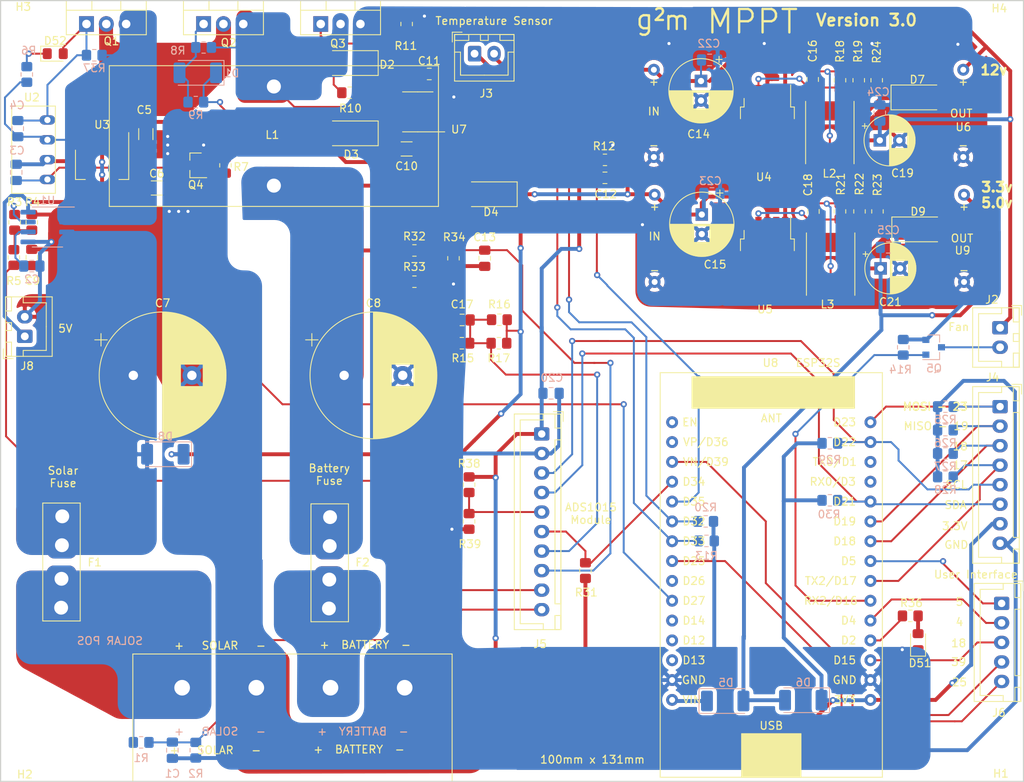
<source format=kicad_pcb>
(kicad_pcb (version 20171130) (host pcbnew "(5.1.10)-1")
  (layers (0 F.Cu signal hide) (31 B.Cu signal hide) (34 B.Paste user) (35 F.Paste user) (36 B.SilkS user) (37 F.SilkS user) (38 B.Mask user) (39 F.Mask user) (44 Edge.Cuts user))
  (net 0 "")
  (net 1 A3)
  (net 2 "Net-(C2-Pad1)")
  (net 3 +12V)
  (net 4 "Net-(C3-Pad1)")
  (net 5 "Net-(C4-Pad2)")
  (net 6 "Net-(C4-Pad1)")
  (net 7 +5V)
  (net 8 A2)
  (net 9 "Net-(C10-Pad2)")
  (net 10 "Net-(C10-Pad1)")
  (net 11 "Net-(C12-Pad1)")
  (net 12 A1)
  (net 13 +3V3)
  (net 14 "Net-(D1-Pad2)")
  (net 15 "Net-(D1-Pad1)")
  (net 16 "Net-(D2-Pad2)")
  (net 17 "Net-(D2-Pad1)")
  (net 18 "Net-(Q1-Pad2)")
  (net 19 GPIO27)
  (net 20 "Net-(R3-Pad2)")
  (net 21 "Net-(R3-Pad1)")
  (net 22 GPIO33)
  (net 23 GPIO32)
  (net 24 GPIO23)
  (net 25 GPIO19)
  (net 26 GPIO18)
  (net 27 GPIO17)
  (net 28 SCL)
  (net 29 SDA)
  (net 30 GPIO34)
  (net 31 "Net-(U8-Pad11)")
  (net 32 "Net-(U8-Pad13)")
  (net 33 BattNeg)
  (net 34 BattPos)
  (net 35 SolarPos)
  (net 36 "Net-(D51-Pad2)")
  (net 37 "Net-(J4-Pad2)")
  (net 38 /Sheet2/FAN)
  (net 39 "Net-(R36-Pad2)")
  (net 40 "Net-(U8-Pad28)")
  (net 41 "Net-(U8-Pad27)")
  (net 42 "Net-(U8-Pad1)")
  (net 43 "Net-(U8-Pad12)")
  (net 44 "Net-(U8-Pad9)")
  (net 45 "Net-(U8-Pad2)")
  (net 46 /SolarPos_Fused)
  (net 47 /BatPos_Fused)
  (net 48 /Address)
  (net 49 "Net-(D52-Pad1)")
  (net 50 /A0)
  (net 51 +5VP)
  (net 52 +VDC)
  (net 53 "Net-(C16-Pad2)")
  (net 54 "Net-(C18-Pad2)")
  (net 55 VCC)
  (net 56 "Net-(D7-Pad1)")
  (net 57 "Net-(D9-Pad1)")
  (net 58 "Net-(R22-Pad2)")
  (net 59 TINT)
  (net 60 TRST)
  (net 61 "Net-(J6-Pad3)")
  (net 62 "Net-(J6-Pad2)")
  (net 63 "Net-(J6-Pad1)")
  (module Connector_JST:JST_XH_B2B-XH-A_1x02_P2.50mm_Vertical (layer F.Cu) (at 93.1 113 90)
    (fp_text reference J8 (at -3.8 0.3) (layer F.SilkS))
    (fp_text value 5V)
    (pad 2 thru_hole oval (at 2.5 0 90) (size 1.7 2) (drill 1) (layers *.Cu *.Mask) (net 33 BattNeg))
    (pad 1 thru_hole roundrect (at 0 0 90) (size 1.7 2) (drill 1) (layers *.Cu *.Mask) (roundrect_rratio 0.1470588235294118) (net 7 +5V))
  )
  (module Diode_SMD:D_2010_5025Metric_Pad1.52x2.65mm_HandSolder (layer F.Cu) (at 152.8 94.8 180)
    (fp_text reference D4 (at 0 -2.28) (layer F.SilkS))
    (fp_text value 1N4007)
    (pad 2 smd roundrect (at 2.3375 0 180) (size 1.525 2.65) (layers F.Cu F.Paste F.Mask) (roundrect_rratio 0.1639337704918033) (net 47 /BatPos_Fused))
    (pad 1 smd roundrect (at -2.3375 0 180) (size 1.525 2.65) (layers F.Cu F.Paste F.Mask) (roundrect_rratio 0.1639337704918033) (net 52 +VDC))
  )
  (module Connector_JST:JST_XH_B5B-XH-A_1x05_P2.50mm_Vertical (layer F.Cu) (at 218.2 147.2 270)
    (fp_text reference J6 (at 14 0.35) (layer F.SilkS))
    (fp_text value TFT)
    (pad 5 thru_hole oval (at 10 0 270) (size 1.7 1.95) (drill 0.95) (layers *.Cu *.Mask) (net 60 TRST))
    (pad 4 thru_hole oval (at 7.5 0 270) (size 1.7 1.95) (drill 0.95) (layers *.Cu *.Mask) (net 59 TINT))
    (pad 3 thru_hole oval (at 5 0 270) (size 1.7 1.95) (drill 0.95) (layers *.Cu *.Mask) (net 61 "Net-(J6-Pad3)"))
    (pad 2 thru_hole oval (at 2.5 0 270) (size 1.7 1.95) (drill 0.95) (layers *.Cu *.Mask) (net 62 "Net-(J6-Pad2)"))
    (pad 1 thru_hole roundrect (at 0 0 270) (size 1.7 1.95) (drill 0.95) (layers *.Cu *.Mask) (roundrect_rratio 0.1470588235294118) (net 63 "Net-(J6-Pad1)"))
  )
  (module Resistor_SMD:R_0805_2012Metric_Pad1.20x1.40mm_HandSolder (layer F.Cu) (at 202.2 80.2 90)
    (fp_text reference R24 (at 3.6 0 90) (layer F.SilkS))
    (fp_text value 5600)
    (pad 2 smd roundrect (at 1 0 90) (size 1.2 1.4) (layers F.Cu F.Paste F.Mask) (roundrect_rratio 0.2083325) (net 33 BattNeg))
    (pad 1 smd roundrect (at -1 0 90) (size 1.2 1.4) (layers F.Cu F.Paste F.Mask) (roundrect_rratio 0.2083325) (net 53 "Net-(C16-Pad2)"))
  )
  (module Resistor_SMD:R_0805_2012Metric_Pad1.20x1.40mm_HandSolder (layer F.Cu) (at 202.3 97 270)
    (fp_text reference R23 (at -3.4 0 90) (layer F.SilkS))
    (fp_text value 3300)
    (pad 2 smd roundrect (at 1 0 270) (size 1.2 1.4) (layers F.Cu F.Paste F.Mask) (roundrect_rratio 0.2083325) (net 33 BattNeg))
    (pad 1 smd roundrect (at -1 0 270) (size 1.2 1.4) (layers F.Cu F.Paste F.Mask) (roundrect_rratio 0.2083325) (net 58 "Net-(R22-Pad2)"))
  )
  (module ESP32:Module_XL7015 (layer F.Cu) (at 185.7 97.4)
    (fp_text reference U9 (at 27.5 4.6) (layer F.SilkS))
    (fp_text value XL7015_Module)
    (fp_text user - (at -11.938 7.112) (layer F.SilkS))
    (fp_text user - (at 27.686 7.112) (layer F.SilkS))
    (fp_text user + (at 27.686 -1.016) (layer F.SilkS))
    (fp_text user + (at -11.938 -1.016) (layer F.SilkS))
    (fp_text user IN (at -11.938 2.794) (layer F.SilkS))
    (fp_text user OUT (at 27.432 3.048) (layer F.SilkS))
    (pad 4 thru_hole circle (at -11.938 8.636) (size 1.524 1.524) (drill 0.762) (layers *.Cu *.Mask) (net 33 BattNeg))
    (pad 3 thru_hole circle (at -11.938 -2.54) (size 1.524 1.524) (drill 0.762) (layers *.Cu *.Mask) (net 52 +VDC))
    (pad 2 thru_hole circle (at 27.686 8.636) (size 1.524 1.524) (drill 0.762) (layers *.Cu *.Mask) (net 33 BattNeg))
    (pad 1 thru_hole circle (at 27.686 -2.54) (size 1.524 1.524) (drill 0.762) (layers *.Cu *.Mask) (net 55 VCC))
  )
  (module ESP32:Module_XL7015 (layer F.Cu) (at 185.6 81.4)
    (fp_text reference U6 (at 27.7 4.8) (layer F.SilkS))
    (fp_text value XL7015_Module)
    (fp_text user - (at -11.938 7.112) (layer F.SilkS))
    (fp_text user - (at 27.686 7.112) (layer F.SilkS))
    (fp_text user + (at 27.686 -1.016) (layer F.SilkS))
    (fp_text user + (at -11.938 -1.016) (layer F.SilkS))
    (fp_text user IN (at -11.938 2.794) (layer F.SilkS))
    (fp_text user OUT (at 27.432 3.048) (layer F.SilkS))
    (pad 4 thru_hole circle (at -11.938 8.636) (size 1.524 1.524) (drill 0.762) (layers *.Cu *.Mask) (net 33 BattNeg))
    (pad 3 thru_hole circle (at -11.938 -2.54) (size 1.524 1.524) (drill 0.762) (layers *.Cu *.Mask) (net 52 +VDC))
    (pad 2 thru_hole circle (at 27.686 8.636) (size 1.524 1.524) (drill 0.762) (layers *.Cu *.Mask) (net 33 BattNeg))
    (pad 1 thru_hole circle (at 27.686 -2.54) (size 1.524 1.524) (drill 0.762) (layers *.Cu *.Mask) (net 3 +12V))
  )
  (module Capacitor_SMD:C_0805_2012Metric_Pad1.18x1.45mm_HandSolder (layer B.Cu) (at 203.7 101.6)
    (fp_text reference C25 (at 0 -2.2) (layer B.SilkS) (effects (justify mirror)))
    (fp_text value 1uF)
    (pad 2 smd roundrect (at 1.0375 0) (size 1.175 1.45) (layers B.Cu B.Paste B.Mask) (roundrect_rratio 0.213) (net 33 BattNeg))
    (pad 1 smd roundrect (at -1.0375 0) (size 1.175 1.45) (layers B.Cu B.Paste B.Mask) (roundrect_rratio 0.2127659574468085) (net 55 VCC))
  )
  (module Capacitor_SMD:C_0805_2012Metric_Pad1.18x1.45mm_HandSolder (layer B.Cu) (at 202.6 84.4 90)
    (fp_text reference C24 (at 2.7 -0.2) (layer B.SilkS) (effects (justify mirror)))
    (fp_text value 1uF)
    (pad 2 smd roundrect (at 1.0375 0 90) (size 1.175 1.45) (layers B.Cu B.Paste B.Mask) (roundrect_rratio 0.213) (net 33 BattNeg))
    (pad 1 smd roundrect (at -1.0375 0 90) (size 1.175 1.45) (layers B.Cu B.Paste B.Mask) (roundrect_rratio 0.213) (net 3 +12V))
  )
  (module Capacitor_SMD:C_0805_2012Metric_Pad1.18x1.45mm_HandSolder (layer B.Cu) (at 181.1 94.7)
    (fp_text reference C23 (at -0.2 -1.6) (layer B.SilkS) (effects (justify mirror)))
    (fp_text value 100nF)
    (pad 2 smd roundrect (at 1.0375 0) (size 1.175 1.45) (layers B.Cu B.Paste B.Mask) (roundrect_rratio 0.213) (net 33 BattNeg))
    (pad 1 smd roundrect (at -1.0375 0) (size 1.175 1.45) (layers B.Cu B.Paste B.Mask) (roundrect_rratio 0.2127659574468085) (net 52 +VDC))
  )
  (module Capacitor_SMD:C_0805_2012Metric_Pad1.18x1.45mm_HandSolder (layer B.Cu) (at 180.8 77.6)
    (fp_text reference C22 (at -0.1 -2.1) (layer B.SilkS) (effects (justify mirror)))
    (fp_text value 100nF)
    (pad 2 smd roundrect (at 1.0375 0) (size 1.175 1.45) (layers B.Cu B.Paste B.Mask) (roundrect_rratio 0.213) (net 33 BattNeg))
    (pad 1 smd roundrect (at -1.0375 0) (size 1.175 1.45) (layers B.Cu B.Paste B.Mask) (roundrect_rratio 0.2127659574468085) (net 52 +VDC))
  )
  (module Capacitor_THT:CP_Radial_D6.3mm_P2.50mm (layer F.Cu) (at 202.6 87.9)
    (fp_text reference C19 (at 2.9 4.2) (layer F.SilkS))
    (fp_text value 100uF/35V)
    (pad 2 thru_hole circle (at 2.5 0) (size 1.6 1.6) (drill 0.8) (layers *.Cu *.Mask) (net 33 BattNeg))
    (pad 1 thru_hole rect (at 0 0) (size 1.6 1.6) (drill 0.8) (layers *.Cu *.Mask) (net 3 +12V))
  )
  (module Resistor_SMD:R_0805_2012Metric_Pad1.20x1.40mm_HandSolder (layer F.Cu) (at 200 97 90)
    (fp_text reference R22 (at 3.5 0 90) (layer F.SilkS))
    (fp_text value 2000)
    (pad 2 smd roundrect (at 1 0 90) (size 1.2 1.4) (layers F.Cu F.Paste F.Mask) (roundrect_rratio 0.2083325) (net 58 "Net-(R22-Pad2)"))
    (pad 1 smd roundrect (at -1 0 90) (size 1.2 1.4) (layers F.Cu F.Paste F.Mask) (roundrect_rratio 0.2083325) (net 54 "Net-(C18-Pad2)"))
  )
  (module Package_TO_SOT_SMD:TO-252-5_TabPin3 (layer F.Cu) (at 188.2 103 270)
    (fp_text reference U5 (at 6.55 0.3) (layer F.SilkS))
    (fp_text value XL7015)
    (pad 3 smd rect (at 2.1 0 270) (size 6.4 5.8) (layers F.Cu F.Mask) (net 33 BattNeg))
    (pad 5 smd rect (at -4.2 2.28 270) (size 2.2 0.8) (layers F.Cu F.Paste F.Mask) (net 33 BattNeg))
    (pad 4 smd rect (at -4.2 1.14 270) (size 2.2 0.8) (layers F.Cu F.Paste F.Mask) (net 54 "Net-(C18-Pad2)"))
    (pad 3 smd rect (at -4.2 0 270) (size 2.2 0.8) (layers F.Cu F.Paste F.Mask) (net 33 BattNeg))
    (pad 2 smd rect (at -4.2 -1.14 270) (size 2.2 0.8) (layers F.Cu F.Paste F.Mask) (net 57 "Net-(D9-Pad1)"))
    (pad 1 smd rect (at -4.2 -2.28 270) (size 2.2 0.8) (layers F.Cu F.Paste F.Mask) (net 52 +VDC))
  )
  (module Package_TO_SOT_SMD:TO-252-5_TabPin3 (layer F.Cu) (at 188.2 86.1 270)
    (fp_text reference U4 (at 6.5 0.45) (layer F.SilkS))
    (fp_text value XL7015)
    (pad 3 smd rect (at 2.1 0 270) (size 6.4 5.8) (layers F.Cu F.Mask) (net 33 BattNeg))
    (pad 5 smd rect (at -4.2 2.28 270) (size 2.2 0.8) (layers F.Cu F.Paste F.Mask) (net 33 BattNeg))
    (pad 4 smd rect (at -4.2 1.14 270) (size 2.2 0.8) (layers F.Cu F.Paste F.Mask) (net 53 "Net-(C16-Pad2)"))
    (pad 3 smd rect (at -4.2 0 270) (size 2.2 0.8) (layers F.Cu F.Paste F.Mask) (net 33 BattNeg))
    (pad 2 smd rect (at -4.2 -1.14 270) (size 2.2 0.8) (layers F.Cu F.Paste F.Mask) (net 56 "Net-(D7-Pad1)"))
    (pad 1 smd rect (at -4.2 -2.28 270) (size 2.2 0.8) (layers F.Cu F.Paste F.Mask) (net 52 +VDC))
  )
  (module Resistor_SMD:R_0805_2012Metric_Pad1.20x1.40mm_HandSolder (layer F.Cu) (at 197.5 97 270)
    (fp_text reference R21 (at -3.5 -0.1 90) (layer F.SilkS))
    (fp_text value 18k)
    (pad 2 smd roundrect (at 1 0 270) (size 1.2 1.4) (layers F.Cu F.Paste F.Mask) (roundrect_rratio 0.2083325) (net 54 "Net-(C18-Pad2)"))
    (pad 1 smd roundrect (at -1 0 270) (size 1.2 1.4) (layers F.Cu F.Paste F.Mask) (roundrect_rratio 0.2083325) (net 55 VCC))
  )
  (module Resistor_SMD:R_0805_2012Metric_Pad1.20x1.40mm_HandSolder (layer F.Cu) (at 199.9 80.2 90)
    (fp_text reference R19 (at 3.7 -0.1 90) (layer F.SilkS))
    (fp_text value 3300)
    (pad 2 smd roundrect (at 1 0 90) (size 1.2 1.4) (layers F.Cu F.Paste F.Mask) (roundrect_rratio 0.2083325) (net 33 BattNeg))
    (pad 1 smd roundrect (at -1 0 90) (size 1.2 1.4) (layers F.Cu F.Paste F.Mask) (roundrect_rratio 0.2083325) (net 53 "Net-(C16-Pad2)"))
  )
  (module Resistor_SMD:R_0805_2012Metric_Pad1.20x1.40mm_HandSolder (layer F.Cu) (at 197.5 80.2 270)
    (fp_text reference R18 (at -3.7 0 90) (layer F.SilkS))
    (fp_text value 18k)
    (pad 2 smd roundrect (at 1 0 270) (size 1.2 1.4) (layers F.Cu F.Paste F.Mask) (roundrect_rratio 0.2083325) (net 53 "Net-(C16-Pad2)"))
    (pad 1 smd roundrect (at -1 0 270) (size 1.2 1.4) (layers F.Cu F.Paste F.Mask) (roundrect_rratio 0.2083325) (net 3 +12V))
  )
  (module Inductor_SMD:L_Taiyo-Yuden_NR-60xx_HandSoldering (layer F.Cu) (at 196.3 103.75 270)
    (fp_text reference L3 (at 5.15 0.4) (layer F.SilkS))
    (fp_text value 100uH/1A)
    (pad 2 smd rect (at 2.775 0 270) (size 2.45 5.9) (layers F.Cu F.Paste F.Mask) (net 55 VCC))
    (pad 1 smd rect (at -2.775 0 270) (size 2.45 5.9) (layers F.Cu F.Paste F.Mask) (net 57 "Net-(D9-Pad1)"))
  )
  (module Inductor_SMD:L_Taiyo-Yuden_NR-60xx_HandSoldering (layer F.Cu) (at 196.2 86.9 270)
    (fp_text reference L2 (at 5.25 0.05) (layer F.SilkS))
    (fp_text value 100uH/1A)
    (pad 2 smd rect (at 2.775 0 270) (size 2.45 5.9) (layers F.Cu F.Paste F.Mask) (net 3 +12V))
    (pad 1 smd rect (at -2.775 0 270) (size 2.45 5.9) (layers F.Cu F.Paste F.Mask) (net 56 "Net-(D7-Pad1)"))
  )
  (module Diode_SMD:D_2010_5025Metric_Pad1.52x2.65mm_HandSolder (layer F.Cu) (at 207.5 99.3)
    (fp_text reference D9 (at 0 -2.28) (layer F.SilkS))
    (fp_text value SS310)
    (pad 2 smd roundrect (at 2.3375 0) (size 1.525 2.65) (layers F.Cu F.Paste F.Mask) (roundrect_rratio 0.1639337704918033) (net 33 BattNeg))
    (pad 1 smd roundrect (at -2.3375 0) (size 1.525 2.65) (layers F.Cu F.Paste F.Mask) (roundrect_rratio 0.1639337704918033) (net 57 "Net-(D9-Pad1)"))
  )
  (module Diode_SMD:D_2010_5025Metric_Pad1.52x2.65mm_HandSolder (layer F.Cu) (at 207.4 82.4)
    (fp_text reference D7 (at 0 -2.28) (layer F.SilkS))
    (fp_text value SS310)
    (pad 2 smd roundrect (at 2.3375 0) (size 1.525 2.65) (layers F.Cu F.Paste F.Mask) (roundrect_rratio 0.1639337704918033) (net 33 BattNeg))
    (pad 1 smd roundrect (at -2.3375 0) (size 1.525 2.65) (layers F.Cu F.Paste F.Mask) (roundrect_rratio 0.1639337704918033) (net 56 "Net-(D7-Pad1)"))
  )
  (module Capacitor_THT:CP_Radial_D6.3mm_P2.50mm (layer F.Cu) (at 202.7 104.3)
    (fp_text reference C21 (at 1.25 4.3) (layer F.SilkS))
    (fp_text value 100uF/35V)
    (pad 2 thru_hole circle (at 2.5 0) (size 1.6 1.6) (drill 0.8) (layers *.Cu *.Mask) (net 33 BattNeg))
    (pad 1 thru_hole rect (at 0 0) (size 1.6 1.6) (drill 0.8) (layers *.Cu *.Mask) (net 55 VCC))
  )
  (module Capacitor_SMD:C_0805_2012Metric_Pad1.18x1.45mm_HandSolder (layer F.Cu) (at 194.1 97 270)
    (fp_text reference C18 (at -3.4 0.7 90) (layer F.SilkS))
    (fp_text value 33nF)
    (pad 2 smd roundrect (at 1.0375 0 270) (size 1.175 1.45) (layers F.Cu F.Paste F.Mask) (roundrect_rratio 0.2127659574468085) (net 54 "Net-(C18-Pad2)"))
    (pad 1 smd roundrect (at -1.0375 0 270) (size 1.175 1.45) (layers F.Cu F.Paste F.Mask) (roundrect_rratio 0.2127659574468085) (net 55 VCC))
  )
  (module Capacitor_SMD:C_0805_2012Metric_Pad1.18x1.45mm_HandSolder (layer F.Cu) (at 194 80.1 270)
    (fp_text reference C16 (at -3.65 0 90) (layer F.SilkS))
    (fp_text value 33nF)
    (pad 2 smd roundrect (at 1.0375 0 270) (size 1.175 1.45) (layers F.Cu F.Paste F.Mask) (roundrect_rratio 0.2127659574468085) (net 53 "Net-(C16-Pad2)"))
    (pad 1 smd roundrect (at -1.0375 0 270) (size 1.175 1.45) (layers F.Cu F.Paste F.Mask) (roundrect_rratio 0.2127659574468085) (net 3 +12V))
  )
  (module Capacitor_THT:CP_Radial_D8.0mm_P2.50mm (layer F.Cu) (at 179.8 97.4 270)
    (fp_text reference C15 (at 6.4 -1.7) (layer F.SilkS))
    (fp_text value 33uF/100V)
    (pad 2 thru_hole circle (at 2.5 0 270) (size 1.6 1.6) (drill 0.8) (layers *.Cu *.Mask) (net 33 BattNeg))
    (pad 1 thru_hole rect (at 0 0 270) (size 1.6 1.6) (drill 0.8) (layers *.Cu *.Mask) (net 52 +VDC))
  )
  (module Capacitor_THT:CP_Radial_D8.0mm_P2.50mm (layer F.Cu) (at 179.7 80.3 270)
    (fp_text reference C14 (at 6.8 0.3) (layer F.SilkS))
    (fp_text value 33uF/100V)
    (pad 2 thru_hole circle (at 2.5 0 270) (size 1.6 1.6) (drill 0.8) (layers *.Cu *.Mask) (net 33 BattNeg))
    (pad 1 thru_hole rect (at 0 0 270) (size 1.6 1.6) (drill 0.8) (layers *.Cu *.Mask) (net 52 +VDC))
  )
  (module ESP32:Mini_Blade (layer F.Cu) (at 137.15 137.65 270)
    (fp_text reference F2 (at 4.3 0.8) (layer F.SilkS))
    (fp_text value 35A)
    (pad 2 thru_hole roundrect (at 10.2 5.1 270) (size 3.81 3.81) (drill 1.778 (offset -0.2 0)) (layers *.Cu *.Mask) (net 34 BattPos))
    (pad 2 thru_hole roundrect (at 6.5 5.054 270) (size 3.81 3.81) (drill 1.778 (offset 0.2 0)) (layers *.Cu *.Mask) (net 34 BattPos))
    (pad 1 thru_hole roundrect (at 2.2 5 270) (size 3.81 3.81) (drill 1.778 (offset -0.2 0)) (layers *.Cu *.Mask) (net 47 /BatPos_Fused))
    (pad 1 thru_hole roundrect (at -1.5 4.954 270) (size 3.81 3.81) (drill 1.778 (offset 0.2 0)) (layers *.Cu *.Mask) (net 47 /BatPos_Fused))
  )
  (module ESP32:Mini_Blade (layer F.Cu) (at 92.8 146.25 90)
    (fp_text reference F1 (at 4.3 9.25) (layer F.SilkS))
    (fp_text value 35A)
    (pad 2 thru_hole roundrect (at 10.2 5.1 90) (size 3.81 3.81) (drill 1.778 (offset -0.2 0)) (layers *.Cu *.Mask) (net 46 /SolarPos_Fused))
    (pad 2 thru_hole roundrect (at 6.5 5.054 90) (size 3.81 3.81) (drill 1.778 (offset 0.2 0)) (layers *.Cu *.Mask) (net 46 /SolarPos_Fused))
    (pad 1 thru_hole roundrect (at 2.2 5 90) (size 3.81 3.81) (drill 1.778 (offset -0.2 0)) (layers *.Cu *.Mask) (net 35 SolarPos))
    (pad 1 thru_hole roundrect (at -1.5 4.954 90) (size 3.81 3.81) (drill 1.778 (offset 0.2 0)) (layers *.Cu *.Mask) (net 35 SolarPos))
  )
  (module ESP32:B1212S (layer F.Cu) (at 96 89.1 90)
    (fp_text reference U2 (at 6.7 -2) (layer F.SilkS))
    (fp_text value B1212)
    (pad 4 thru_hole oval (at 3.81 0 90) (size 1.2 2) (drill 0.8) (layers *.Cu *.Mask) (net 5 "Net-(C4-Pad2)"))
    (pad 3 thru_hole oval (at 1.27 0 90) (size 1.2 2) (drill 0.8) (layers *.Cu *.Mask) (net 6 "Net-(C4-Pad1)"))
    (pad 2 thru_hole oval (at -1.27 0 90) (size 1.2 2) (drill 0.8) (layers *.Cu *.Mask) (net 3 +12V))
    (pad 1 thru_hole oval (at -3.81 0 90) (size 1.2 2) (drill 0.8) (layers *.Cu *.Mask) (net 4 "Net-(C3-Pad1)"))
  )
  (module ESP32:Conn-Screw-4-term (layer F.Cu) (at 127 157.746)
    (fp_text reference J1 (at -1.778 14.224) (layer F.SilkS))
    (fp_text value Solar-Battery)
    (pad 4 thru_hole circle (at 14.75 0.254) (size 6 6) (drill 2) (layers *.Cu *.Mask) (net 33 BattNeg))
    (pad 3 thru_hole circle (at 5.25 0.254) (size 6 6) (drill 2) (layers *.Cu *.Mask) (net 34 BattPos))
    (pad 2 thru_hole circle (at -4.25 0.254) (size 6 6) (drill 2) (layers *.Cu *.Mask) (net 33 BattNeg))
    (pad 1 thru_hole circle (at -13.75 0.254) (size 6 6) (drill 2) (layers *.Cu *.Mask) (net 35 SolarPos))
  )
  (module Diode_SMD:D_2010_5025Metric_Pad1.52x2.65mm_HandSolder (layer B.Cu) (at 192.8 159.6 180)
    (fp_text reference D6 (at 0 2.28) (layer B.SilkS) (effects (justify mirror)))
    (fp_text value SS310)
    (pad 2 smd roundrect (at 2.3375 0 180) (size 1.525 2.65) (layers B.Cu B.Paste B.Mask) (roundrect_rratio 0.1639337704918033) (net 55 VCC))
    (pad 1 smd roundrect (at -2.3375 0 180) (size 1.525 2.65) (layers B.Cu B.Paste B.Mask) (roundrect_rratio 0.1639337704918033) (net 13 +3V3))
  )
  (module Diode_SMD:D_2010_5025Metric_Pad1.52x2.65mm_HandSolder (layer B.Cu) (at 182.8 159.7)
    (fp_text reference D5 (at 0.1 -2.35) (layer B.SilkS) (effects (justify mirror)))
    (fp_text value SS310)
    (pad 2 smd roundrect (at 2.3375 0) (size 1.525 2.65) (layers B.Cu B.Paste B.Mask) (roundrect_rratio 0.1639337704918033) (net 55 VCC))
    (pad 1 smd roundrect (at -2.3375 0) (size 1.525 2.65) (layers B.Cu B.Paste B.Mask) (roundrect_rratio 0.1639337704918033) (net 51 +5VP))
  )
  (module Capacitor_SMD:C_0805_2012Metric_Pad1.18x1.45mm_HandSolder (layer B.Cu) (at 94 104)
    (fp_text reference C2 (at 0 1.68) (layer B.SilkS) (effects (justify mirror)))
    (fp_text value 2.2uF)
    (pad 2 smd roundrect (at 1.0375 0) (size 1.175 1.45) (layers B.Cu B.Paste B.Mask) (roundrect_rratio 0.2127659574468085) (net 33 BattNeg))
    (pad 1 smd roundrect (at -1.0375 0) (size 1.175 1.45) (layers B.Cu B.Paste B.Mask) (roundrect_rratio 0.2127659574468085) (net 2 "Net-(C2-Pad1)"))
  )
  (module Capacitor_THT:CP_Radial_D16.0mm_P7.50mm (layer F.Cu) (at 134 118)
    (fp_text reference C8 (at 3.75 -9.25) (layer F.SilkS))
    (fp_text value 470uF)
    (pad 2 thru_hole circle (at 7.5 0) (size 2.4 2.4) (drill 1.2) (layers *.Cu *.Mask) (net 33 BattNeg))
    (pad 1 thru_hole rect (at 0 0) (size 2.4 2.4) (drill 1.2) (layers *.Cu *.Mask) (net 47 /BatPos_Fused))
  )
  (module Capacitor_THT:CP_Radial_D16.0mm_P7.50mm (layer F.Cu) (at 107 118)
    (fp_text reference C7 (at 3.75 -9.25) (layer F.SilkS))
    (fp_text value 470uF)
    (pad 2 thru_hole circle (at 7.5 0) (size 2.4 2.4) (drill 1.2) (layers *.Cu *.Mask) (net 33 BattNeg))
    (pad 1 thru_hole rect (at 0 0) (size 2.4 2.4) (drill 1.2) (layers *.Cu *.Mask) (net 46 /SolarPos_Fused))
  )
  (module Resistor_SMD:R_0805_2012Metric_Pad1.20x1.40mm_HandSolder (layer F.Cu) (at 153.82 113.88)
    (fp_text reference R17 (at -0.02 1.92) (layer F.SilkS))
    (fp_text value 47k)
    (pad 2 smd roundrect (at 1 0) (size 1.2 1.4) (layers F.Cu F.Paste F.Mask) (roundrect_rratio 0.2083325) (net 52 +VDC))
    (pad 1 smd roundrect (at -1 0) (size 1.2 1.4) (layers F.Cu F.Paste F.Mask) (roundrect_rratio 0.2083325) (net 50 /A0))
  )
  (module Resistor_SMD:R_0805_2012Metric_Pad1.20x1.40mm_HandSolder (layer F.Cu) (at 153.88 110.87)
    (fp_text reference R16 (at 0 -1.97) (layer F.SilkS))
    (fp_text value 47k)
    (pad 2 smd roundrect (at 1 0) (size 1.2 1.4) (layers F.Cu F.Paste F.Mask) (roundrect_rratio 0.2083325) (net 52 +VDC))
    (pad 1 smd roundrect (at -1 0) (size 1.2 1.4) (layers F.Cu F.Paste F.Mask) (roundrect_rratio 0.2083325) (net 50 /A0))
  )
  (module Resistor_SMD:R_0805_2012Metric_Pad1.20x1.40mm_HandSolder (layer F.Cu) (at 149.07 113.88)
    (fp_text reference R15 (at 0.13 1.92) (layer F.SilkS))
    (fp_text value 1k)
    (pad 2 smd roundrect (at 1 0) (size 1.2 1.4) (layers F.Cu F.Paste F.Mask) (roundrect_rratio 0.2083325) (net 50 /A0))
    (pad 1 smd roundrect (at -1 0) (size 1.2 1.4) (layers F.Cu F.Paste F.Mask) (roundrect_rratio 0.2083325) (net 33 BattNeg))
  )
  (module Capacitor_SMD:C_0805_2012Metric_Pad1.18x1.45mm_HandSolder (layer F.Cu) (at 149.1 110.9)
    (fp_text reference C17 (at 0 -2) (layer F.SilkS))
    (fp_text value 100nF)
    (pad 2 smd roundrect (at 1.0375 0) (size 1.175 1.45) (layers F.Cu F.Paste F.Mask) (roundrect_rratio 0.2127659574468085) (net 50 /A0))
    (pad 1 smd roundrect (at -1.0375 0) (size 1.175 1.45) (layers F.Cu F.Paste F.Mask) (roundrect_rratio 0.2127659574468085) (net 33 BattNeg))
  )
  (module Capacitor_SMD:C_1206_3216Metric_Pad1.33x1.80mm_HandSolder (layer F.Cu) (at 142 89)
    (fp_text reference C10 (at 0 2.2) (layer F.SilkS))
    (fp_text value 4.7uF)
    (pad 2 smd roundrect (at 1.5625 0) (size 1.325 1.8) (layers F.Cu F.Paste F.Mask) (roundrect_rratio 0.1886777358490566) (net 9 "Net-(C10-Pad2)"))
    (pad 1 smd roundrect (at -1.5625 0) (size 1.325 1.8) (layers F.Cu F.Paste F.Mask) (roundrect_rratio 0.1886777358490566) (net 10 "Net-(C10-Pad1)"))
  )
  (module MountingHole:MountingHole_2.7mm (layer F.Cu) (at 218 73)
    (fp_text reference H4 (at -0.1 -2) (layer F.SilkS))
    (fp_text value MountingHole)
    (pad 1 np_thru_hole circle (at 0 0) (size 2.7 2.7) (drill 2.7) (layers *.Cu *.Mask))
  )
  (module MountingHole:MountingHole_2.7mm (layer F.Cu) (at 93.1 73)
    (fp_text reference H3 (at -0.2 -2.2) (layer F.SilkS))
    (fp_text value MountingHole)
    (pad 1 np_thru_hole circle (at 0 0) (size 2.7 2.7) (drill 2.7) (layers *.Cu *.Mask))
  )
  (module MountingHole:MountingHole_2.7mm (layer F.Cu) (at 93.1 166.9)
    (fp_text reference H2 (at 0 2.2) (layer F.SilkS))
    (fp_text value MountingHole)
    (pad 1 np_thru_hole circle (at 0 0) (size 2.7 2.7) (drill 2.7) (layers *.Cu *.Mask))
  )
  (module MountingHole:MountingHole_2.7mm (layer F.Cu) (at 218 166.9)
    (fp_text reference H1 (at 0.1 2.1) (layer F.SilkS))
    (fp_text value MountingHole)
    (pad 1 np_thru_hole circle (at 0 0) (size 2.7 2.7) (drill 2.7) (layers *.Cu *.Mask))
  )
  (module Inductor_THT:L_Toroid_Vertical_L41.9mm_W17.8mm_P12.70mm_Pulse_F (layer F.Cu) (at 125 81)
    (fp_text reference L1 (at -0.2 6.2) (layer F.SilkS))
    (fp_text value 60uH)
    (pad 2 thru_hole circle (at 0 12.7) (size 3.6 3.6) (drill 1.8) (layers *.Cu *.Mask) (net 47 /BatPos_Fused))
    (pad 1 thru_hole circle (at 0 0) (size 3.6 3.6) (drill 1.8) (layers *.Cu *.Mask) (net 9 "Net-(C10-Pad2)"))
  )
  (module Capacitor_SMD:C_0805_2012Metric_Pad1.18x1.45mm_HandSolder (layer F.Cu) (at 94 102.9 90)
    (fp_text reference C9 (at -3 0.1) (layer F.SilkS))
    (fp_text value 2.2uF)
    (pad 2 smd roundrect (at 1.0375 0 90) (size 1.175 1.45) (layers F.Cu F.Paste F.Mask) (roundrect_rratio 0.2127659574468085) (net 33 BattNeg))
    (pad 1 smd roundrect (at -1.0375 0 90) (size 1.175 1.45) (layers F.Cu F.Paste F.Mask) (roundrect_rratio 0.2127659574468085) (net 8 A2))
  )
  (module Package_SO:SOIC-8_3.9x4.9mm_P1.27mm (layer F.Cu) (at 143.43 84.25 180)
    (fp_text reference U7 (at -5.27 -2.25) (layer F.SilkS))
    (fp_text value IR2104)
    (pad 8 smd roundrect (at 2.475 -1.905 180) (size 1.95 0.6) (layers F.Cu F.Paste F.Mask) (net 10 "Net-(C10-Pad1)"))
    (pad 7 smd roundrect (at 2.475 -0.635 180) (size 1.95 0.6) (layers F.Cu F.Paste F.Mask) (net 15 "Net-(D1-Pad1)"))
    (pad 6 smd roundrect (at 2.475 0.635 180) (size 1.95 0.6) (layers F.Cu F.Paste F.Mask) (net 9 "Net-(C10-Pad2)"))
    (pad 5 smd roundrect (at 2.475 1.905 180) (size 1.95 0.6) (layers F.Cu F.Paste F.Mask) (net 17 "Net-(D2-Pad1)"))
    (pad 4 smd roundrect (at -2.475 1.905 180) (size 1.95 0.6) (layers F.Cu F.Paste F.Mask) (net 33 BattNeg))
    (pad 3 smd roundrect (at -2.475 0.635 180) (size 1.95 0.6) (layers F.Cu F.Paste F.Mask) (net 23 GPIO32))
    (pad 2 smd roundrect (at -2.475 -0.635 180) (size 1.95 0.6) (layers F.Cu F.Paste F.Mask) (net 22 GPIO33))
    (pad 1 smd roundrect (at -2.475 -1.905 180) (size 1.95 0.6) (layers F.Cu F.Paste F.Mask) (net 3 +12V))
  )
  (module Connector_JST:JST_XH_B10B-XH-A_1x10_P2.50mm_Vertical (layer F.Cu) (at 159.3 125.5 270)
    (fp_text reference J5 (at 26.9 0.2) (layer F.SilkS))
    (fp_text value "ADS1015 Module")
    (pad 10 thru_hole oval (at 22.5 0 270) (size 1.7 1.95) (drill 0.95) (layers *.Cu *.Mask) (net 1 A3))
    (pad 9 thru_hole oval (at 20 0 270) (size 1.7 1.95) (drill 0.95) (layers *.Cu *.Mask) (net 8 A2))
    (pad 8 thru_hole oval (at 17.5 0 270) (size 1.7 1.95) (drill 0.95) (layers *.Cu *.Mask) (net 12 A1))
    (pad 7 thru_hole oval (at 15 0 270) (size 1.7 1.95) (drill 0.95) (layers *.Cu *.Mask) (net 50 /A0))
    (pad 6 thru_hole oval (at 12.5 0 270) (size 1.7 1.95) (drill 0.95) (layers *.Cu *.Mask) (net 30 GPIO34))
    (pad 5 thru_hole oval (at 10 0 270) (size 1.7 1.95) (drill 0.95) (layers *.Cu *.Mask) (net 48 /Address))
    (pad 4 thru_hole oval (at 7.5 0 270) (size 1.7 1.95) (drill 0.95) (layers *.Cu *.Mask) (net 29 SDA))
    (pad 3 thru_hole oval (at 5 0 270) (size 1.7 1.95) (drill 0.95) (layers *.Cu *.Mask) (net 28 SCL))
    (pad 2 thru_hole oval (at 2.5 0 270) (size 1.7 1.95) (drill 0.95) (layers *.Cu *.Mask) (net 33 BattNeg))
    (pad 1 thru_hole roundrect (at 0 0 270) (size 1.7 1.95) (drill 0.95) (layers *.Cu *.Mask) (roundrect_rratio 0.1470588235294118) (net 13 +3V3))
  )
  (module Resistor_SMD:R_0805_2012Metric_Pad1.20x1.40mm_HandSolder (layer F.Cu) (at 150 136.7 270)
    (fp_text reference R39 (at 2.9 -0.1) (layer F.SilkS))
    (fp_text value 0)
    (pad 2 smd roundrect (at 1 0 270) (size 1.2 1.4) (layers F.Cu F.Paste F.Mask) (roundrect_rratio 0.2083325) (net 33 BattNeg))
    (pad 1 smd roundrect (at -1 0 270) (size 1.2 1.4) (layers F.Cu F.Paste F.Mask) (roundrect_rratio 0.2083325) (net 48 /Address))
  )
  (module Resistor_SMD:R_0805_2012Metric_Pad1.20x1.40mm_HandSolder (layer F.Cu) (at 150 132 270)
    (fp_text reference R38 (at -2.7 0) (layer F.SilkS))
    (fp_text value 10k)
    (pad 2 smd roundrect (at 1 0 270) (size 1.2 1.4) (layers F.Cu F.Paste F.Mask) (roundrect_rratio 0.2083325) (net 48 /Address))
    (pad 1 smd roundrect (at -1 0 270) (size 1.2 1.4) (layers F.Cu F.Paste F.Mask) (roundrect_rratio 0.2083325) (net 13 +3V3))
  )
  (module Capacitor_SMD:C_0805_2012Metric_Pad1.18x1.45mm_HandSolder (layer F.Cu) (at 167.4 92.7)
    (fp_text reference C12 (at 0.1 2.1) (layer F.SilkS))
    (fp_text value 100nF)
    (pad 2 smd roundrect (at 1.0375 0) (size 1.175 1.45) (layers F.Cu F.Paste F.Mask) (roundrect_rratio 0.2127659574468085) (net 33 BattNeg))
    (pad 1 smd roundrect (at -1.0375 0) (size 1.175 1.45) (layers F.Cu F.Paste F.Mask) (roundrect_rratio 0.2127659574468085) (net 11 "Net-(C12-Pad1)"))
  )
  (module Diode_SMD:D_2010_5025Metric_Pad1.52x2.65mm_HandSolder (layer B.Cu) (at 111.1 128.1 180)
    (fp_text reference D8 (at 0 2.28) (layer B.SilkS) (effects (justify mirror)))
    (fp_text value 1N4007)
    (pad 2 smd roundrect (at 2.3375 0 180) (size 1.525 2.65) (layers B.Cu B.Paste B.Mask) (roundrect_rratio 0.164) (net 46 /SolarPos_Fused))
    (pad 1 smd roundrect (at -2.3375 0 180) (size 1.525 2.65) (layers B.Cu B.Paste B.Mask) (roundrect_rratio 0.1639337704918033) (net 52 +VDC))
  )
  (module Diode_SMD:D_2010_5025Metric_Pad1.52x2.65mm_HandSolder (layer F.Cu) (at 135 87 180)
    (fp_text reference D3 (at 0.1 -2.7) (layer F.SilkS))
    (fp_text value SS310)
    (pad 2 smd roundrect (at 2.3375 0 180) (size 1.525 2.65) (layers F.Cu F.Paste F.Mask) (roundrect_rratio 0.1639337704918033) (net 3 +12V))
    (pad 1 smd roundrect (at -2.3375 0 180) (size 1.525 2.65) (layers F.Cu F.Paste F.Mask) (roundrect_rratio 0.1639337704918033) (net 10 "Net-(C10-Pad1)"))
  )
  (module Diode_SMD:D_2010_5025Metric_Pad1.52x2.65mm_HandSolder (layer F.Cu) (at 135 78 180)
    (fp_text reference D2 (at -4.5 -0.2) (layer F.SilkS))
    (fp_text value SS310)
    (pad 2 smd roundrect (at 2.3375 0 180) (size 1.525 2.65) (layers F.Cu F.Paste F.Mask) (roundrect_rratio 0.1639337704918033) (net 16 "Net-(D2-Pad2)"))
    (pad 1 smd roundrect (at -2.3375 0 180) (size 1.525 2.65) (layers F.Cu F.Paste F.Mask) (roundrect_rratio 0.1639337704918033) (net 17 "Net-(D2-Pad1)"))
  )
  (module Diode_SMD:D_2010_5025Metric_Pad1.52x2.65mm_HandSolder (layer B.Cu) (at 115.25 79.25 180)
    (fp_text reference D1 (at -4.35 -0.05) (layer B.SilkS) (effects (justify mirror)))
    (fp_text value SS310)
    (pad 2 smd roundrect (at 2.3375 0 180) (size 1.525 2.65) (layers B.Cu B.Paste B.Mask) (roundrect_rratio 0.1639337704918033) (net 14 "Net-(D1-Pad2)"))
    (pad 1 smd roundrect (at -2.3375 0 180) (size 1.525 2.65) (layers B.Cu B.Paste B.Mask) (roundrect_rratio 0.1639337704918033) (net 15 "Net-(D1-Pad1)"))
  )
  (module ESP32-Footprints:ESP-WROOM-32S (layer F.Cu) (at 176 124)
    (fp_text reference U8 (at 12.6 -7.6) (layer F.SilkS))
    (fp_text value ESP-WROOM-32S)
    (fp_text user ANT (at 12.7 -0.508) (layer F.SilkS))
    (fp_text user USB (at 12.7 38.862) (layer F.SilkS))
    (fp_text user D23 (at 22.098 0) (layer F.SilkS))
    (fp_text user D22 (at 22.098 2.54) (layer F.SilkS))
    (fp_text user TX0/D1 (at 20.828 5.08) (layer F.SilkS))
    (fp_text user RX0/D3 (at 20.574 7.62) (layer F.SilkS))
    (fp_text user D21 (at 22.098 10.16) (layer F.SilkS))
    (fp_text user D19 (at 22.098 12.7) (layer F.SilkS))
    (fp_text user D18 (at 22.098 15.24) (layer F.SilkS))
    (fp_text user D5 (at 22.606 17.78) (layer F.SilkS))
    (fp_text user TX2/D17 (at 20.32 20.32) (layer F.SilkS))
    (fp_text user RX2/D16 (at 20.32 22.86) (layer F.SilkS))
    (fp_text user D4 (at 22.606 25.4) (layer F.SilkS))
    (fp_text user D2 (at 22.606 27.94) (layer F.SilkS))
    (fp_text user D15 (at 22.098 30.48) (layer F.SilkS))
    (fp_text user GND (at 22.098 33.02) (layer F.SilkS))
    (fp_text user 3V3 (at 23.622 35.56) (layer F.SilkS) (effects (justify right)))
    (fp_text user VIN (at 2.54 35.56) (layer F.SilkS))
    (fp_text user GND (at 2.794 33.02) (layer F.SilkS))
    (fp_text user D13 (at 2.794 30.48) (layer F.SilkS))
    (fp_text user D12 (at 2.794 27.94) (layer F.SilkS))
    (fp_text user D14 (at 2.794 25.4) (layer F.SilkS))
    (fp_text user D27 (at 2.794 22.86) (layer F.SilkS))
    (fp_text user D26 (at 2.794 20.32) (layer F.SilkS))
    (fp_text user D25 (at 2.794 17.78) (layer F.SilkS))
    (fp_text user D33 (at 2.794 15.24) (layer F.SilkS))
    (fp_text user D32 (at 2.794 12.7) (layer F.SilkS))
    (fp_text user D35 (at 2.794 10.16) (layer F.SilkS))
    (fp_text user D34 (at 2.794 7.62) (layer F.SilkS))
    (fp_text user VN/D39 (at 4.318 5.08) (layer F.SilkS))
    (fp_text user VP/D36 (at 4.318 2.54) (layer F.SilkS))
    (fp_text user EN (at 2.286 0) (layer F.SilkS))
    (pad 30 thru_hole circle (at 25.4 0) (size 1.524 1.524) (drill 0.762) (layers *.Cu *.Mask) (net 24 GPIO23))
    (pad 29 thru_hole circle (at 25.4 2.54) (size 1.524 1.524) (drill 0.762) (layers *.Cu *.Mask) (net 28 SCL))
    (pad 28 thru_hole circle (at 25.4 5.08) (size 1.524 1.524) (drill 0.762) (layers *.Cu *.Mask) (net 40 "Net-(U8-Pad28)"))
    (pad 27 thru_hole circle (at 25.4 7.62) (size 1.524 1.524) (drill 0.762) (layers *.Cu *.Mask) (net 41 "Net-(U8-Pad27)"))
    (pad 26 thru_hole circle (at 25.4 10.16) (size 1.524 1.524) (drill 0.762) (layers *.Cu *.Mask) (net 29 SDA))
    (pad 25 thru_hole circle (at 25.4 12.7) (size 1.524 1.524) (drill 0.762) (layers *.Cu *.Mask) (net 25 GPIO19))
    (pad 24 thru_hole circle (at 25.4 15.24) (size 1.524 1.524) (drill 0.762) (layers *.Cu *.Mask) (net 26 GPIO18))
    (pad 23 thru_hole circle (at 25.4 17.78) (size 1.524 1.524) (drill 0.762) (layers *.Cu *.Mask) (net 63 "Net-(J6-Pad1)"))
    (pad 22 thru_hole circle (at 25.4 20.32) (size 1.524 1.524) (drill 0.762) (layers *.Cu *.Mask) (net 27 GPIO17))
    (pad 21 thru_hole circle (at 25.4 22.86) (size 1.524 1.524) (drill 0.762) (layers *.Cu *.Mask) (net 38 /Sheet2/FAN))
    (pad 20 thru_hole circle (at 25.4 25.4) (size 1.524 1.524) (drill 0.762) (layers *.Cu *.Mask) (net 62 "Net-(J6-Pad2)"))
    (pad 19 thru_hole circle (at 25.4 27.94) (size 1.524 1.524) (drill 0.762) (layers *.Cu *.Mask) (net 39 "Net-(R36-Pad2)"))
    (pad 18 thru_hole circle (at 25.4 30.48) (size 1.524 1.524) (drill 0.762) (layers *.Cu *.Mask) (net 61 "Net-(J6-Pad3)"))
    (pad 17 thru_hole circle (at 25.4 33.02) (size 1.524 1.524) (drill 0.762) (layers *.Cu *.Mask) (net 33 BattNeg))
    (pad 16 thru_hole circle (at 25.4 35.56) (size 1.524 1.524) (drill 0.762) (layers *.Cu *.Mask) (net 13 +3V3))
    (pad 1 thru_hole circle (at 0 0) (size 1.524 1.524) (drill 0.762) (layers *.Cu *.Mask) (net 42 "Net-(U8-Pad1)"))
    (pad 15 thru_hole circle (at 0 35.56) (size 1.524 1.524) (drill 0.762) (layers *.Cu *.Mask) (net 51 +5VP))
    (pad 14 thru_hole circle (at 0 33.02) (size 1.524 1.524) (drill 0.762) (layers *.Cu *.Mask) (net 33 BattNeg))
    (pad 13 thru_hole circle (at 0 30.48) (size 1.524 1.524) (drill 0.762) (layers *.Cu *.Mask) (net 32 "Net-(U8-Pad13)"))
    (pad 12 thru_hole circle (at 0 27.94) (size 1.524 1.524) (drill 0.762) (layers *.Cu *.Mask) (net 43 "Net-(U8-Pad12)"))
    (pad 11 thru_hole circle (at 0 25.4) (size 1.524 1.524) (drill 0.762) (layers *.Cu *.Mask) (net 31 "Net-(U8-Pad11)"))
    (pad 10 thru_hole circle (at 0 22.86) (size 1.524 1.524) (drill 0.762) (layers *.Cu *.Mask) (net 19 GPIO27))
    (pad 9 thru_hole circle (at 0 20.32) (size 1.524 1.524) (drill 0.762) (layers *.Cu *.Mask) (net 44 "Net-(U8-Pad9)"))
    (pad 8 thru_hole circle (at 0 17.78) (size 1.524 1.524) (drill 0.762) (layers *.Cu *.Mask) (net 60 TRST))
    (pad 7 thru_hole circle (at 0 15.24) (size 1.524 1.524) (drill 0.762) (layers *.Cu *.Mask) (net 22 GPIO33))
    (pad 6 thru_hole circle (at 0 12.7) (size 1.524 1.524) (drill 0.762) (layers *.Cu *.Mask) (net 23 GPIO32))
    (pad 5 thru_hole circle (at 0 10.16) (size 1.524 1.524) (drill 0.762) (layers *.Cu *.Mask) (net 11 "Net-(C12-Pad1)"))
    (pad 4 thru_hole circle (at 0 7.62) (size 1.524 1.524) (drill 0.762) (layers *.Cu *.Mask) (net 30 GPIO34))
    (pad 3 thru_hole circle (at 0 5.08) (size 1.524 1.524) (drill 0.762) (layers *.Cu *.Mask) (net 59 TINT))
    (pad 2 thru_hole circle (at 0 2.54) (size 1.524 1.524) (drill 0.762) (layers *.Cu *.Mask) (net 45 "Net-(U8-Pad2)"))
  )
  (module Resistor_SMD:R_0805_2012Metric_Pad1.20x1.40mm_HandSolder (layer F.Cu) (at 206.5 148.8 180)
    (fp_text reference R36 (at -0.15 1.65) (layer F.SilkS))
    (fp_text value 10k)
    (pad 2 smd roundrect (at 1 0 180) (size 1.2 1.4) (layers F.Cu F.Paste F.Mask) (roundrect_rratio 0.2083325) (net 39 "Net-(R36-Pad2)"))
    (pad 1 smd roundrect (at -1 0 180) (size 1.2 1.4) (layers F.Cu F.Paste F.Mask) (roundrect_rratio 0.2083325) (net 36 "Net-(D51-Pad2)"))
  )
  (module Resistor_SMD:R_0805_2012Metric_Pad1.20x1.40mm_HandSolder (layer B.Cu) (at 196.2 134)
    (fp_text reference R30 (at -0.1 1.8) (layer B.SilkS) (effects (justify mirror)))
    (fp_text value 10k)
    (pad 2 smd roundrect (at 1 0) (size 1.2 1.4) (layers B.Cu B.Paste B.Mask) (roundrect_rratio 0.2083325) (net 29 SDA))
    (pad 1 smd roundrect (at -1 0) (size 1.2 1.4) (layers B.Cu B.Paste B.Mask) (roundrect_rratio 0.2083325) (net 13 +3V3))
  )
  (module Resistor_SMD:R_0805_2012Metric_Pad1.20x1.40mm_HandSolder (layer B.Cu) (at 196.2 126.7)
    (fp_text reference R29 (at 0 2.1) (layer B.SilkS) (effects (justify mirror)))
    (fp_text value 10k)
    (pad 2 smd roundrect (at 1 0) (size 1.2 1.4) (layers B.Cu B.Paste B.Mask) (roundrect_rratio 0.2083325) (net 28 SCL))
    (pad 1 smd roundrect (at -1 0) (size 1.2 1.4) (layers B.Cu B.Paste B.Mask) (roundrect_rratio 0.2083325) (net 13 +3V3))
  )
  (module Resistor_SMD:R_0805_2012Metric_Pad1.20x1.40mm_HandSolder (layer B.Cu) (at 211 131)
    (fp_text reference R28 (at 0 1.65) (layer B.SilkS) (effects (justify mirror)))
    (fp_text value 10k)
    (pad 2 smd roundrect (at 1 0) (size 1.2 1.4) (layers B.Cu B.Paste B.Mask) (roundrect_rratio 0.2083325) (net 27 GPIO17))
    (pad 1 smd roundrect (at -1 0) (size 1.2 1.4) (layers B.Cu B.Paste B.Mask) (roundrect_rratio 0.2083325) (net 33 BattNeg))
  )
  (module Resistor_SMD:R_0805_2012Metric_Pad1.20x1.40mm_HandSolder (layer B.Cu) (at 211 128)
    (fp_text reference R27 (at 0 1.65) (layer B.SilkS) (effects (justify mirror)))
    (fp_text value 10k)
    (pad 2 smd roundrect (at 1 0) (size 1.2 1.4) (layers B.Cu B.Paste B.Mask) (roundrect_rratio 0.2083325) (net 26 GPIO18))
    (pad 1 smd roundrect (at -1 0) (size 1.2 1.4) (layers B.Cu B.Paste B.Mask) (roundrect_rratio 0.2083325) (net 33 BattNeg))
  )
  (module Resistor_SMD:R_0805_2012Metric_Pad1.20x1.40mm_HandSolder (layer B.Cu) (at 211 125)
    (fp_text reference R26 (at 0 1.65) (layer B.SilkS) (effects (justify mirror)))
    (fp_text value 10k)
    (pad 2 smd roundrect (at 1 0) (size 1.2 1.4) (layers B.Cu B.Paste B.Mask) (roundrect_rratio 0.2083325) (net 25 GPIO19))
    (pad 1 smd roundrect (at -1 0) (size 1.2 1.4) (layers B.Cu B.Paste B.Mask) (roundrect_rratio 0.2083325) (net 33 BattNeg))
  )
  (module Resistor_SMD:R_0805_2012Metric_Pad1.20x1.40mm_HandSolder (layer B.Cu) (at 211 122)
    (fp_text reference R25 (at 0 1.65) (layer B.SilkS) (effects (justify mirror)))
    (fp_text value 10k)
    (pad 2 smd roundrect (at 1 0) (size 1.2 1.4) (layers B.Cu B.Paste B.Mask) (roundrect_rratio 0.2083325) (net 24 GPIO23))
    (pad 1 smd roundrect (at -1 0) (size 1.2 1.4) (layers B.Cu B.Paste B.Mask) (roundrect_rratio 0.2083325) (net 33 BattNeg))
  )
  (module Resistor_SMD:R_0805_2012Metric_Pad1.20x1.40mm_HandSolder (layer B.Cu) (at 205.6 114.4 90)
    (fp_text reference R14 (at -2.85 -0.35) (layer B.SilkS) (effects (justify mirror)))
    (fp_text value 10k)
    (pad 2 smd roundrect (at 1 0 90) (size 1.2 1.4) (layers B.Cu B.Paste B.Mask) (roundrect_rratio 0.2083325) (net 33 BattNeg))
    (pad 1 smd roundrect (at -1 0 90) (size 1.2 1.4) (layers B.Cu B.Paste B.Mask) (roundrect_rratio 0.2083325) (net 38 /Sheet2/FAN))
  )
  (module Resistor_SMD:R_0805_2012Metric_Pad1.20x1.40mm_HandSolder (layer F.Cu) (at 167.4 90.4)
    (fp_text reference R12 (at -0.1 -1.75) (layer F.SilkS))
    (fp_text value 10k)
    (pad 2 smd roundrect (at 1 0) (size 1.2 1.4) (layers F.Cu F.Paste F.Mask) (roundrect_rratio 0.2083325) (net 33 BattNeg))
    (pad 1 smd roundrect (at -1 0) (size 1.2 1.4) (layers F.Cu F.Paste F.Mask) (roundrect_rratio 0.2083325) (net 11 "Net-(C12-Pad1)"))
  )
  (module Package_TO_SOT_SMD:SOT-23 (layer B.Cu) (at 209.5 114.4)
    (fp_text reference Q5 (at 0.05 2.7) (layer B.SilkS) (effects (justify mirror)))
    (fp_text value Si2306DS)
    (pad 3 smd rect (at 1 0) (size 0.9 0.8) (layers B.Cu B.Paste B.Mask) (net 37 "Net-(J4-Pad2)"))
    (pad 2 smd rect (at -1 -0.95) (size 0.9 0.8) (layers B.Cu B.Paste B.Mask) (net 33 BattNeg))
    (pad 1 smd rect (at -1 0.95) (size 0.9 0.8) (layers B.Cu B.Paste B.Mask) (net 38 /Sheet2/FAN))
  )
  (module Package_TO_SOT_SMD:SOT-23 (layer F.Cu) (at 115 91.1 180)
    (fp_text reference Q4 (at 0 -2.5) (layer F.SilkS))
    (fp_text value Si2306)
    (pad 3 smd rect (at 1 0 180) (size 0.9 0.8) (layers F.Cu F.Paste F.Mask) (net 4 "Net-(C3-Pad1)"))
    (pad 2 smd rect (at -1 0.95 180) (size 0.9 0.8) (layers F.Cu F.Paste F.Mask) (net 33 BattNeg))
    (pad 1 smd rect (at -1 -0.95 180) (size 0.9 0.8) (layers F.Cu F.Paste F.Mask) (net 19 GPIO27))
  )
  (module Connector_JST:JST_XH_B2B-XH-A_1x02_P2.50mm_Vertical (layer F.Cu) (at 218 111.9 270)
    (fp_text reference J4 (at 6.35 0.95) (layer F.SilkS))
    (fp_text value Conn_01x02)
    (pad 2 thru_hole oval (at 2.5 0 270) (size 1.7 2) (drill 1) (layers *.Cu *.Mask) (net 37 "Net-(J4-Pad2)"))
    (pad 1 thru_hole roundrect (at 0 0 270) (size 1.7 2) (drill 1) (layers *.Cu *.Mask) (roundrect_rratio 0.1470588235294118) (net 3 +12V))
  )
  (module Connector_JST:JST_XH_B2B-XH-A_1x02_P2.50mm_Vertical (layer F.Cu) (at 150.7 76.8)
    (fp_text reference J3 (at 1.5 5.1) (layer F.SilkS))
    (fp_text value "10k Thermistor")
    (pad 2 thru_hole oval (at 2.5 0) (size 1.7 2) (drill 1) (layers *.Cu *.Mask) (net 11 "Net-(C12-Pad1)"))
    (pad 1 thru_hole roundrect (at 0 0) (size 1.7 2) (drill 1) (layers *.Cu *.Mask) (roundrect_rratio 0.1470588235294118) (net 13 +3V3))
  )
  (module Connector_JST:JST_XH_B8B-XH-A_1x08_P2.50mm_Vertical (layer F.Cu) (at 218 122 270)
    (fp_text reference J2 (at -13.7 1.05) (layer F.SilkS))
    (fp_text value Interface)
    (pad 8 thru_hole oval (at 17.5 0 270) (size 1.7 1.95) (drill 0.95) (layers *.Cu *.Mask) (net 33 BattNeg))
    (pad 7 thru_hole oval (at 15 0 270) (size 1.7 1.95) (drill 0.95) (layers *.Cu *.Mask) (net 13 +3V3))
    (pad 6 thru_hole oval (at 12.5 0 270) (size 1.7 1.95) (drill 0.95) (layers *.Cu *.Mask) (net 29 SDA))
    (pad 5 thru_hole oval (at 10 0 270) (size 1.7 1.95) (drill 0.95) (layers *.Cu *.Mask) (net 28 SCL))
    (pad 4 thru_hole oval (at 7.5 0 270) (size 1.7 1.95) (drill 0.95) (layers *.Cu *.Mask) (net 27 GPIO17))
    (pad 3 thru_hole oval (at 5 0 270) (size 1.7 1.95) (drill 0.95) (layers *.Cu *.Mask) (net 26 GPIO18))
    (pad 2 thru_hole oval (at 2.5 0 270) (size 1.7 1.95) (drill 0.95) (layers *.Cu *.Mask) (net 25 GPIO19))
    (pad 1 thru_hole roundrect (at 0 0 270) (size 1.7 1.95) (drill 0.95) (layers *.Cu *.Mask) (roundrect_rratio 0.1470588235294118) (net 24 GPIO23))
  )
  (module LED_SMD:LED_0805_2012Metric_Pad1.15x1.40mm_HandSolder (layer F.Cu) (at 207.5 152.1 90)
    (fp_text reference D51 (at -2.75 0.25) (layer F.SilkS))
    (fp_text value LED1)
    (pad 2 smd roundrect (at 1.025 0 90) (size 1.15 1.4) (layers F.Cu F.Paste F.Mask) (roundrect_rratio 0.2173904347826087) (net 36 "Net-(D51-Pad2)"))
    (pad 1 smd roundrect (at -1.025 0 90) (size 1.15 1.4) (layers F.Cu F.Paste F.Mask) (roundrect_rratio 0.2173904347826087) (net 33 BattNeg))
  )
  (module Package_TO_SOT_SMD:SOT-223-3_TabPin2 (layer F.Cu) (at 103 91 270)
    (fp_text reference U3 (at -5.1 0) (layer F.SilkS))
    (fp_text value AMS1117-5.0)
    (pad 1 smd rect (at -3.15 -2.3 270) (size 2 1.5) (layers F.Cu F.Paste F.Mask) (net 33 BattNeg))
    (pad 3 smd rect (at -3.15 2.3 270) (size 2 1.5) (layers F.Cu F.Paste F.Mask) (net 3 +12V))
    (pad 2 smd rect (at -3.15 0 270) (size 2 1.5) (layers F.Cu F.Paste F.Mask) (net 7 +5V))
    (pad 2 smd rect (at 3.15 0 270) (size 2 3.8) (layers F.Cu F.Paste F.Mask) (net 7 +5V))
  )
  (module Package_SO:SOIC-8_3.9x4.9mm_P1.27mm (layer B.Cu) (at 96 99 180)
    (fp_text reference U1 (at 0 3.4) (layer B.SilkS) (effects (justify mirror)))
    (fp_text value ACS712xLCTR-30A)
    (pad 8 smd roundrect (at 2.475 1.905 180) (size 1.95 0.6) (layers B.Cu B.Paste B.Mask) (net 7 +5V))
    (pad 7 smd roundrect (at 2.475 0.635 180) (size 1.95 0.6) (layers B.Cu B.Paste B.Mask) (net 21 "Net-(R3-Pad1)"))
    (pad 6 smd roundrect (at 2.475 -0.635 180) (size 1.95 0.6) (layers B.Cu B.Paste B.Mask) (net 2 "Net-(C2-Pad1)"))
    (pad 5 smd roundrect (at 2.475 -1.905 180) (size 1.95 0.6) (layers B.Cu B.Paste B.Mask) (net 33 BattNeg))
    (pad 4 smd roundrect (at -2.475 -1.905 180) (size 1.95 0.6) (layers B.Cu B.Paste B.Mask) (net 46 /SolarPos_Fused))
    (pad 3 smd roundrect (at -2.475 -0.635 180) (size 1.95 0.6) (layers B.Cu B.Paste B.Mask) (net 46 /SolarPos_Fused))
    (pad 2 smd roundrect (at -2.475 0.635 180) (size 1.95 0.6) (layers B.Cu B.Paste B.Mask) (net 6 "Net-(C4-Pad1)"))
    (pad 1 smd roundrect (at -2.475 1.905 180) (size 1.95 0.6) (layers B.Cu B.Paste B.Mask) (net 6 "Net-(C4-Pad1)"))
  )
  (module Resistor_SMD:R_0805_2012Metric_Pad1.20x1.40mm_HandSolder (layer B.Cu) (at 102 77)
    (fp_text reference R37 (at 0 1.65) (layer B.SilkS) (effects (justify mirror)))
    (fp_text value 10k)
    (pad 2 smd roundrect (at 1 0) (size 1.2 1.4) (layers B.Cu B.Paste B.Mask) (roundrect_rratio 0.2083325) (net 6 "Net-(C4-Pad1)"))
    (pad 1 smd roundrect (at -1 0) (size 1.2 1.4) (layers B.Cu B.Paste B.Mask) (roundrect_rratio 0.2083325) (net 5 "Net-(C4-Pad2)"))
  )
  (module Resistor_SMD:R_0805_2012Metric_Pad1.20x1.40mm_HandSolder (layer F.Cu) (at 148 103 270)
    (fp_text reference R34 (at -2.7 -0.1) (layer F.SilkS))
    (fp_text value 1k)
    (pad 2 smd roundrect (at 1 0 270) (size 1.2 1.4) (layers F.Cu F.Paste F.Mask) (roundrect_rratio 0.2083325) (net 33 BattNeg))
    (pad 1 smd roundrect (at -1 0 270) (size 1.2 1.4) (layers F.Cu F.Paste F.Mask) (roundrect_rratio 0.2083325) (net 12 A1))
  )
  (module Resistor_SMD:R_0805_2012Metric_Pad1.20x1.40mm_HandSolder (layer F.Cu) (at 143 106)
    (fp_text reference R33 (at 0 -1.9) (layer F.SilkS))
    (fp_text value 47k)
    (pad 2 smd roundrect (at 1 0) (size 1.2 1.4) (layers F.Cu F.Paste F.Mask) (roundrect_rratio 0.2083325) (net 12 A1))
    (pad 1 smd roundrect (at -1 0) (size 1.2 1.4) (layers F.Cu F.Paste F.Mask) (roundrect_rratio 0.2083325) (net 47 /BatPos_Fused))
  )
  (module Resistor_SMD:R_0805_2012Metric_Pad1.20x1.40mm_HandSolder (layer F.Cu) (at 143 102)
    (fp_text reference R32 (at 0 -1.8) (layer F.SilkS))
    (fp_text value 47k)
    (pad 2 smd roundrect (at 1 0) (size 1.2 1.4) (layers F.Cu F.Paste F.Mask) (roundrect_rratio 0.2083325) (net 12 A1))
    (pad 1 smd roundrect (at -1 0) (size 1.2 1.4) (layers F.Cu F.Paste F.Mask) (roundrect_rratio 0.2083325) (net 47 /BatPos_Fused))
  )
  (module Resistor_SMD:R_0805_2012Metric_Pad1.20x1.40mm_HandSolder (layer F.Cu) (at 164.9 143 90)
    (fp_text reference R31 (at -2.8 0.1) (layer F.SilkS))
    (fp_text value 10k)
    (pad 2 smd roundrect (at 1 0 90) (size 1.2 1.4) (layers F.Cu F.Paste F.Mask) (roundrect_rratio 0.2083325) (net 30 GPIO34))
    (pad 1 smd roundrect (at -1 0 90) (size 1.2 1.4) (layers F.Cu F.Paste F.Mask) (roundrect_rratio 0.2083325) (net 13 +3V3))
  )
  (module Resistor_SMD:R_0805_2012Metric_Pad1.20x1.40mm_HandSolder (layer B.Cu) (at 180.3 136.7)
    (fp_text reference R20 (at 0 -1.8) (layer B.SilkS) (effects (justify mirror)))
    (fp_text value 10k)
    (pad 2 smd roundrect (at 1 0) (size 1.2 1.4) (layers B.Cu B.Paste B.Mask) (roundrect_rratio 0.2083325) (net 33 BattNeg))
    (pad 1 smd roundrect (at -1 0) (size 1.2 1.4) (layers B.Cu B.Paste B.Mask) (roundrect_rratio 0.2083325) (net 23 GPIO32))
  )
  (module Resistor_SMD:R_0805_2012Metric_Pad1.20x1.40mm_HandSolder (layer B.Cu) (at 180.4 139.2)
    (fp_text reference R13 (at 0 1.9) (layer B.SilkS) (effects (justify mirror)))
    (fp_text value 10k)
    (pad 2 smd roundrect (at 1 0) (size 1.2 1.4) (layers B.Cu B.Paste B.Mask) (roundrect_rratio 0.2083325) (net 33 BattNeg))
    (pad 1 smd roundrect (at -1 0) (size 1.2 1.4) (layers B.Cu B.Paste B.Mask) (roundrect_rratio 0.2083325) (net 22 GPIO33))
  )
  (module Resistor_SMD:R_0805_2012Metric_Pad1.20x1.40mm_HandSolder (layer F.Cu) (at 142 73 90)
    (fp_text reference R11 (at -2.8 -0.1) (layer F.SilkS))
    (fp_text value 100k)
    (pad 2 smd roundrect (at 1 0 90) (size 1.2 1.4) (layers F.Cu F.Paste F.Mask) (roundrect_rratio 0.2083325) (net 33 BattNeg))
    (pad 1 smd roundrect (at -1 0 90) (size 1.2 1.4) (layers F.Cu F.Paste F.Mask) (roundrect_rratio 0.2083325) (net 16 "Net-(D2-Pad2)"))
  )
  (module Resistor_SMD:R_0805_2012Metric_Pad1.20x1.40mm_HandSolder (layer F.Cu) (at 134.7 81.8)
    (fp_text reference R10 (at 0.1 2) (layer F.SilkS))
    (fp_text value 100)
    (pad 2 smd roundrect (at 1 0) (size 1.2 1.4) (layers F.Cu F.Paste F.Mask) (roundrect_rratio 0.2083325) (net 17 "Net-(D2-Pad1)"))
    (pad 1 smd roundrect (at -1 0) (size 1.2 1.4) (layers F.Cu F.Paste F.Mask) (roundrect_rratio 0.2083325) (net 16 "Net-(D2-Pad2)"))
  )
  (module Resistor_SMD:R_0805_2012Metric_Pad1.20x1.40mm_HandSolder (layer B.Cu) (at 115 83)
    (fp_text reference R9 (at 0 1.65) (layer B.SilkS) (effects (justify mirror)))
    (fp_text value 100)
    (pad 2 smd roundrect (at 1 0) (size 1.2 1.4) (layers B.Cu B.Paste B.Mask) (roundrect_rratio 0.2083325) (net 15 "Net-(D1-Pad1)"))
    (pad 1 smd roundrect (at -1 0) (size 1.2 1.4) (layers B.Cu B.Paste B.Mask) (roundrect_rratio 0.2083325) (net 14 "Net-(D1-Pad2)"))
  )
  (module Resistor_SMD:R_0805_2012Metric_Pad1.20x1.40mm_HandSolder (layer B.Cu) (at 116 76)
    (fp_text reference R8 (at -3.3 0.4) (layer B.SilkS) (effects (justify mirror)))
    (fp_text value 100k)
    (pad 2 smd roundrect (at 1 0) (size 1.2 1.4) (layers B.Cu B.Paste B.Mask) (roundrect_rratio 0.2083325) (net 9 "Net-(C10-Pad2)"))
    (pad 1 smd roundrect (at -1 0) (size 1.2 1.4) (layers B.Cu B.Paste B.Mask) (roundrect_rratio 0.2083325) (net 14 "Net-(D1-Pad2)"))
  )
  (module Resistor_SMD:R_0805_2012Metric_Pad1.20x1.40mm_HandSolder (layer F.Cu) (at 118.8 91.1 90)
    (fp_text reference R7 (at -0.2 2) (layer F.SilkS))
    (fp_text value 10k)
    (pad 2 smd roundrect (at 1 0 90) (size 1.2 1.4) (layers F.Cu F.Paste F.Mask) (roundrect_rratio 0.2083325) (net 33 BattNeg))
    (pad 1 smd roundrect (at -1 0 90) (size 1.2 1.4) (layers F.Cu F.Paste F.Mask) (roundrect_rratio 0.2083325) (net 19 GPIO27))
  )
  (module Resistor_SMD:R_0805_2012Metric_Pad1.20x1.40mm_HandSolder (layer B.Cu) (at 93.36 79.46 90)
    (fp_text reference R6 (at 3.06 0.24) (layer B.SilkS) (effects (justify mirror)))
    (fp_text value 10k)
    (pad 2 smd roundrect (at 1 0 90) (size 1.2 1.4) (layers B.Cu B.Paste B.Mask) (roundrect_rratio 0.2083325) (net 49 "Net-(D52-Pad1)"))
    (pad 1 smd roundrect (at -1 0 90) (size 1.2 1.4) (layers B.Cu B.Paste B.Mask) (roundrect_rratio 0.2083325) (net 6 "Net-(C4-Pad1)"))
  )
  (module Resistor_SMD:R_0805_2012Metric_Pad1.20x1.40mm_HandSolder (layer F.Cu) (at 91.7 102.9 270)
    (fp_text reference R5 (at 3 0) (layer F.SilkS))
    (fp_text value 1k)
    (pad 2 smd roundrect (at 1 0 270) (size 1.2 1.4) (layers F.Cu F.Paste F.Mask) (roundrect_rratio 0.2083325) (net 8 A2))
    (pad 1 smd roundrect (at -1 0 270) (size 1.2 1.4) (layers F.Cu F.Paste F.Mask) (roundrect_rratio 0.2083325) (net 20 "Net-(R3-Pad2)"))
  )
  (module Resistor_SMD:R_0805_2012Metric_Pad1.20x1.40mm_HandSolder (layer F.Cu) (at 94 98.4 90)
    (fp_text reference R4 (at 2.6 0.1) (layer F.SilkS))
    (fp_text value 10k)
    (pad 2 smd roundrect (at 1 0 90) (size 1.2 1.4) (layers F.Cu F.Paste F.Mask) (roundrect_rratio 0.2083325) (net 33 BattNeg))
    (pad 1 smd roundrect (at -1 0 90) (size 1.2 1.4) (layers F.Cu F.Paste F.Mask) (roundrect_rratio 0.2083325) (net 20 "Net-(R3-Pad2)"))
  )
  (module Resistor_SMD:R_0805_2012Metric_Pad1.20x1.40mm_HandSolder (layer F.Cu) (at 91.8 98.4 270)
    (fp_text reference R3 (at -2.6 0) (layer F.SilkS))
    (fp_text value 3.3k)
    (pad 2 smd roundrect (at 1 0 270) (size 1.2 1.4) (layers F.Cu F.Paste F.Mask) (roundrect_rratio 0.2083325) (net 20 "Net-(R3-Pad2)"))
    (pad 1 smd roundrect (at -1 0 270) (size 1.2 1.4) (layers F.Cu F.Paste F.Mask) (roundrect_rratio 0.2083325) (net 21 "Net-(R3-Pad1)"))
  )
  (module Resistor_SMD:R_0805_2012Metric_Pad1.20x1.40mm_HandSolder (layer B.Cu) (at 115 166 270)
    (fp_text reference R2 (at 3 0) (layer B.SilkS) (effects (justify mirror)))
    (fp_text value 5.1k)
    (pad 2 smd roundrect (at 1 0 270) (size 1.2 1.4) (layers B.Cu B.Paste B.Mask) (roundrect_rratio 0.2083325) (net 33 BattNeg))
    (pad 1 smd roundrect (at -1 0 270) (size 1.2 1.4) (layers B.Cu B.Paste B.Mask) (roundrect_rratio 0.2083325) (net 1 A3))
  )
  (module Resistor_SMD:R_0805_2012Metric_Pad1.20x1.40mm_HandSolder (layer B.Cu) (at 108 165)
    (fp_text reference R1 (at 0 2) (layer B.SilkS) (effects (justify mirror)))
    (fp_text value 200k)
    (pad 2 smd roundrect (at 1 0) (size 1.2 1.4) (layers B.Cu B.Paste B.Mask) (roundrect_rratio 0.2083325) (net 1 A3))
    (pad 1 smd roundrect (at -1 0) (size 1.2 1.4) (layers B.Cu B.Paste B.Mask) (roundrect_rratio 0.2083325) (net 35 SolarPos))
  )
  (module Package_TO_SOT_THT:TO-220-3_Vertical (layer F.Cu) (at 131 73)
    (fp_text reference Q3 (at 2.2 2.5) (layer F.SilkS))
    (fp_text value CSD19505)
    (pad 3 thru_hole oval (at 5.08 0) (size 1.905 2) (drill 1.1) (layers *.Cu *.Mask) (net 33 BattNeg))
    (pad 2 thru_hole oval (at 2.54 0) (size 1.905 2) (drill 1.1) (layers *.Cu *.Mask) (net 9 "Net-(C10-Pad2)"))
    (pad 1 thru_hole rect (at 0 0) (size 1.905 2) (drill 1.1) (layers *.Cu *.Mask) (net 16 "Net-(D2-Pad2)"))
  )
  (module Package_TO_SOT_THT:TO-220-3_Vertical (layer F.Cu) (at 116 73)
    (fp_text reference Q2 (at 3.2 2.4) (layer F.SilkS))
    (fp_text value CSD19505)
    (pad 3 thru_hole oval (at 5.08 0) (size 1.905 2) (drill 1.1) (layers *.Cu *.Mask) (net 9 "Net-(C10-Pad2)"))
    (pad 2 thru_hole oval (at 2.54 0) (size 1.905 2) (drill 1.1) (layers *.Cu *.Mask) (net 18 "Net-(Q1-Pad2)"))
    (pad 1 thru_hole rect (at 0 0) (size 1.905 2) (drill 1.1) (layers *.Cu *.Mask) (net 14 "Net-(D1-Pad2)"))
  )
  (module Package_TO_SOT_THT:TO-220-3_Vertical (layer F.Cu) (at 101 73)
    (fp_text reference Q1 (at 3.2 2.2) (layer F.SilkS))
    (fp_text value CSD19505)
    (pad 3 thru_hole oval (at 5.08 0) (size 1.905 2) (drill 1.1) (layers *.Cu *.Mask) (net 6 "Net-(C4-Pad1)"))
    (pad 2 thru_hole oval (at 2.54 0) (size 1.905 2) (drill 1.1) (layers *.Cu *.Mask) (net 18 "Net-(Q1-Pad2)"))
    (pad 1 thru_hole rect (at 0 0) (size 1.905 2) (drill 1.1) (layers *.Cu *.Mask) (net 5 "Net-(C4-Pad2)"))
  )
  (module LED_SMD:LED_0805_2012Metric_Pad1.15x1.40mm_HandSolder (layer F.Cu) (at 97 76.8)
    (fp_text reference D52 (at 0 -1.65) (layer F.SilkS))
    (fp_text value LED2)
    (pad 2 smd roundrect (at 1.025 0) (size 1.15 1.4) (layers F.Cu F.Paste F.Mask) (roundrect_rratio 0.2173904347826087) (net 5 "Net-(C4-Pad2)"))
    (pad 1 smd roundrect (at -1.025 0) (size 1.15 1.4) (layers F.Cu F.Paste F.Mask) (roundrect_rratio 0.2173904347826087) (net 49 "Net-(D52-Pad1)"))
  )
  (module Capacitor_SMD:C_0805_2012Metric_Pad1.18x1.45mm_HandSolder (layer B.Cu) (at 160.5 120.3)
    (fp_text reference C20 (at 0.1 -2) (layer B.SilkS) (effects (justify mirror)))
    (fp_text value 100nF)
    (pad 2 smd roundrect (at 1.0375 0) (size 1.175 1.45) (layers B.Cu B.Paste B.Mask) (roundrect_rratio 0.2127659574468085) (net 33 BattNeg))
    (pad 1 smd roundrect (at -1.0375 0) (size 1.175 1.45) (layers B.Cu B.Paste B.Mask) (roundrect_rratio 0.2127659574468085) (net 13 +3V3))
  )
  (module Capacitor_SMD:C_0805_2012Metric_Pad1.18x1.45mm_HandSolder (layer F.Cu) (at 152 103 270)
    (fp_text reference C13 (at -2.7 0) (layer F.SilkS))
    (fp_text value 100nF)
    (pad 2 smd roundrect (at 1.0375 0 270) (size 1.175 1.45) (layers F.Cu F.Paste F.Mask) (roundrect_rratio 0.2127659574468085) (net 33 BattNeg))
    (pad 1 smd roundrect (at -1.0375 0 270) (size 1.175 1.45) (layers F.Cu F.Paste F.Mask) (roundrect_rratio 0.2127659574468085) (net 12 A1))
  )
  (module Capacitor_SMD:C_0805_2012Metric_Pad1.18x1.45mm_HandSolder (layer F.Cu) (at 144.9 79.4)
    (fp_text reference C11 (at 0 -1.68) (layer F.SilkS))
    (fp_text value 100nF)
    (pad 2 smd roundrect (at 1.0375 0) (size 1.175 1.45) (layers F.Cu F.Paste F.Mask) (roundrect_rratio 0.2127659574468085) (net 33 BattNeg))
    (pad 1 smd roundrect (at -1.0375 0) (size 1.175 1.45) (layers F.Cu F.Paste F.Mask) (roundrect_rratio 0.2127659574468085) (net 3 +12V))
  )
  (module Capacitor_SMD:C_1206_3216Metric_Pad1.33x1.80mm_HandSolder (layer F.Cu) (at 110 94)
    (fp_text reference C6 (at 0 -1.85) (layer F.SilkS))
    (fp_text value 4.7uF)
    (pad 2 smd roundrect (at 1.5625 0) (size 1.325 1.8) (layers F.Cu F.Paste F.Mask) (roundrect_rratio 0.1886777358490566) (net 33 BattNeg))
    (pad 1 smd roundrect (at -1.5625 0) (size 1.325 1.8) (layers F.Cu F.Paste F.Mask) (roundrect_rratio 0.1886777358490566) (net 7 +5V))
  )
  (module Capacitor_SMD:C_1206_3216Metric_Pad1.33x1.80mm_HandSolder (layer F.Cu) (at 108.6 87.1 270)
    (fp_text reference C5 (at -3.1 0.2) (layer F.SilkS))
    (fp_text value 4.7uF)
    (pad 2 smd roundrect (at 1.5625 0 270) (size 1.325 1.8) (layers F.Cu F.Paste F.Mask) (roundrect_rratio 0.1886777358490566) (net 33 BattNeg))
    (pad 1 smd roundrect (at -1.5625 0 270) (size 1.325 1.8) (layers F.Cu F.Paste F.Mask) (roundrect_rratio 0.1886777358490566) (net 3 +12V))
  )
  (module Capacitor_SMD:C_0805_2012Metric_Pad1.18x1.45mm_HandSolder (layer B.Cu) (at 92.2 86.4 90)
    (fp_text reference C4 (at 3 -0.1) (layer B.SilkS) (effects (justify mirror)))
    (fp_text value 100nF)
    (pad 2 smd roundrect (at 1.0375 0 90) (size 1.175 1.45) (layers B.Cu B.Paste B.Mask) (roundrect_rratio 0.2127659574468085) (net 5 "Net-(C4-Pad2)"))
    (pad 1 smd roundrect (at -1.0375 0 90) (size 1.175 1.45) (layers B.Cu B.Paste B.Mask) (roundrect_rratio 0.2127659574468085) (net 6 "Net-(C4-Pad1)"))
  )
  (module Capacitor_SMD:C_0805_2012Metric_Pad1.18x1.45mm_HandSolder (layer B.Cu) (at 92 92 90)
    (fp_text reference C3 (at 2.8 0.1 180) (layer B.SilkS) (effects (justify mirror)))
    (fp_text value 100nF)
    (pad 2 smd roundrect (at 1.0375 0 90) (size 1.175 1.45) (layers B.Cu B.Paste B.Mask) (roundrect_rratio 0.2127659574468085) (net 3 +12V))
    (pad 1 smd roundrect (at -1.0375 0 90) (size 1.175 1.45) (layers B.Cu B.Paste B.Mask) (roundrect_rratio 0.2127659574468085) (net 4 "Net-(C3-Pad1)"))
  )
  (module Capacitor_SMD:C_0805_2012Metric_Pad1.18x1.45mm_HandSolder (layer B.Cu) (at 112 166 270)
    (fp_text reference C1 (at 3 0 180) (layer B.SilkS) (effects (justify mirror)))
    (fp_text value 100nF)
    (pad 2 smd roundrect (at 1.0375 0 270) (size 1.175 1.45) (layers B.Cu B.Paste B.Mask) (roundrect_rratio 0.2127659574468085) (net 33 BattNeg))
    (pad 1 smd roundrect (at -1.0375 0 270) (size 1.175 1.45) (layers B.Cu B.Paste B.Mask) (roundrect_rratio 0.2127659574468085) (net 1 A3))
  )
  (gr_text 5V (at 98.3 112) (layer F.SilkS) (effects (font (size 1 1))))
  (gr_text 25 (at 212.8 157.3) (layer F.SilkS) (effects (font (size 1 1))))
  (gr_text 39 (at 212.7 154.7) (layer F.SilkS) (effects (font (size 1 1))))
  (gr_text 18 (at 212.7 152.3) (layer F.SilkS) (effects (font (size 1 1))))
  (gr_text 4 (at 212.8 149.6) (layer F.SilkS) (effects (font (size 1 1))))
  (gr_text 5 (at 212.8 147) (layer F.SilkS) (effects (font (size 1 1))))
  (gr_text 18 (at 212.9 127.1) (layer F.SilkS) (effects (font (size 1 1))))
  (gr_text GND (at 212.4 139.7) (layer F.SilkS) (effects (font (size 1 1))))
  (gr_text 3.3V (at 212.2 137.3) (layer F.SilkS) (effects (font (size 1 1))))
  (gr_text SDA (at 212.3 134.6) (layer F.SilkS) (effects (font (size 1 1))))
  (gr_text SCL (at 212.4 132) (layer F.SilkS) (effects (font (size 1 1))))
  (gr_text 17 (at 212.9 129.5) (layer F.SilkS) (effects (font (size 1 1))))
  (gr_text "MISO - 19" (at 209.8 124.5) (layer F.SilkS) (effects (font (size 1 1))))
  (gr_text "MOSI - 23" (at 209.7 122) (layer F.SilkS) (effects (font (size 1 1) (thickness 0.2))))
  (gr_text "3.3v\n5.0v" (at 217.6 94.9) (layer F.SilkS) (effects (font (size 1.25 1.25) (thickness 0.3))))
  (gr_text 12v (at 217.2 78.9) (layer F.SilkS) (effects (font (size 1.25 1.25) (thickness 0.3))))
  (gr_line (start 221 170) (end 221 70) (layer Edge.Cuts) (width 0.15))
  (gr_line (start 90 170) (end 221 170) (layer Edge.Cuts) (width 0.15))
  (gr_line (start 90 70) (end 221 70) (layer Edge.Cuts) (width 0.15))
  (gr_line (start 90 170) (end 90 70) (layer Edge.Cuts) (width 0.15))
  (gr_text "Solar\nFuse" (at 98 131) (layer F.SilkS) (effects (font (size 1 1))))
  (gr_text "Battery\nFuse" (at 132.1 130.7) (layer F.SilkS) (effects (font (size 1 1))))
  (gr_text ESP32S (at 194.7 116.4) (layer F.SilkS) (effects (font (size 1 1))))
  (gr_text "ADS1015\nModule" (at 165.6 135.7) (layer F.SilkS) (effects (font (size 1 1))))
  (gr_text "User Interface" (at 214.9 143.5) (layer F.SilkS) (effects (font (size 1 1))))
  (gr_text Fan (at 212.7 111.8) (layer F.SilkS) (effects (font (size 1 1))))
  (gr_text "Temperature Sensor" (at 153.2 72.6) (layer F.SilkS) (effects (font (size 1 1))))
  (gr_text "100mm x 131mm" (at 165.8 167.2) (layer F.SilkS) (effects (font (size 1 1))))
  (gr_text "-   SOLAR   +" (at 118.1 163.6) (layer B.SilkS) (effects (font (size 1 1)) (justify mirror)))
  (gr_text "-  BATTERY  +" (at 136.4 163.6) (layer B.SilkS) (effects (font (size 1 1)) (justify mirror)))
  (gr_text "+  BATTERY  -" (at 136.7 152.5) (layer F.SilkS) (effects (font (size 1 1))))
  (gr_text "+  BATTERY  -" (at 135.9 165.9) (layer F.SilkS) (effects (font (size 1 1))))
  (gr_text "+   SOLAR   -" (at 118.1 152.6) (layer F.SilkS) (effects (font (size 1 1))))
  (gr_text "+   SOLAR   -" (at 117.5 166) (layer F.SilkS) (effects (font (size 1 1))))
  (gr_text "Version 3.0" (at 200.9 72.5) (layer F.SilkS) (effects (font (size 1.5 1.5) (thickness 0.3))))
  (gr_text MPPT (at 186.3 72.7) (layer F.SilkS) (effects (font (size 3 3) (thickness 0.3))))
  (gr_text m (at 176.6 72.5) (layer F.SilkS) (effects (font (size 2.5 2.5) (thickness 0.3))))
  (gr_text 2 (at 174.4 71.8) (layer F.SilkS) (effects (font (size 1.5 1.5) (thickness 0.3))))
  (gr_text g (at 172.5 72.4) (layer F.SilkS) (effects (font (size 2.5 2.5) (thickness 0.3))))
  (gr_text "SOLAR POS" (at 104 152) (layer B.SilkS) (effects (font (size 1 1)) (justify mirror)))
  (segment (start 109 165) (end 115 165) (width 0.25) (layer B.Cu) (net 1))
  (via (at 116.25 163.75) (size 0.8) (drill 0.4) (layers F.Cu B.Cu) (net 1))
  (segment (start 115 165) (end 116.25 163.75) (width 0.25) (layer B.Cu) (net 1))
  (segment (start 116.25 163.75) (end 118.5 161.5) (width 0.25) (layer F.Cu) (net 1))
  (segment (start 118.5 161.5) (end 118.5 152.75) (width 0.25) (layer F.Cu) (net 1))
  (segment (start 159.3 148) (end 149.1 148) (width 0.25) (layer F.Cu) (net 1))
  (segment (start 145.2 151.9) (end 119.35 151.9) (width 0.25) (layer F.Cu) (net 1))
  (segment (start 149.1 148) (end 145.2 151.9) (width 0.25) (layer F.Cu) (net 1))
  (segment (start 118.5 152.75) (end 119.35 151.9) (width 0.25) (layer F.Cu) (net 1))
  (segment (start 93.525 99.635) (end 92.365 99.635) (width 0.25) (layer B.Cu) (net 2))
  (segment (start 92.365 99.635) (end 91.9 100.1) (width 0.25) (layer B.Cu) (net 2))
  (segment (start 91.9 102.9375) (end 92.9625 104) (width 0.25) (layer B.Cu) (net 2))
  (segment (start 91.9 100.1) (end 91.9 102.9375) (width 0.25) (layer B.Cu) (net 2))
  (segment (start 95.4075 90.9625) (end 96 90.37) (width 0.5) (layer B.Cu) (net 3))
  (segment (start 92 90.9625) (end 95.4075 90.9625) (width 0.5) (layer B.Cu) (net 3))
  (segment (start 96.1925 90.5625) (end 96 90.37) (width 0.5) (layer F.Cu) (net 3))
  (segment (start 100.7 90.525) (end 100.7375 90.5625) (width 0.5) (layer F.Cu) (net 3))
  (segment (start 100.7 87.85) (end 100.7 90.525) (width 0.5) (layer F.Cu) (net 3))
  (segment (start 100.7375 90.5625) (end 96.1925 90.5625) (width 0.5) (layer F.Cu) (net 3))
  (segment (start 132.6625 87) (end 113.8 87) (width 0.5) (layer F.Cu) (net 3))
  (segment (start 144.93 86.155) (end 145.905 86.155) (width 0.5) (layer F.Cu) (net 3))
  (segment (start 143.8625 85.0875) (end 144.93 86.155) (width 0.5) (layer F.Cu) (net 3))
  (segment (start 143.8625 79.4) (end 143.8625 85.0875) (width 0.5) (layer F.Cu) (net 3))
  (segment (start 145.905 86.155) (end 145.905 89.945) (width 0.5) (layer F.Cu) (net 3))
  (segment (start 145.905 89.945) (end 145.17 90.68) (width 0.5) (layer F.Cu) (net 3))
  (segment (start 145.17 90.68) (end 134.22 90.68) (width 0.5) (layer F.Cu) (net 3))
  (segment (start 132.6625 89.1225) (end 132.6625 87) (width 0.5) (layer F.Cu) (net 3))
  (segment (start 134.22 90.68) (end 132.6625 89.1225) (width 0.5) (layer F.Cu) (net 3))
  (segment (start 112.3375 85.5375) (end 108.6 85.5375) (width 0.5) (layer F.Cu) (net 3))
  (segment (start 113.8 87) (end 112.3375 85.5375) (width 0.5) (layer F.Cu) (net 3))
  (segment (start 100.7 86.35) (end 100.7 87.85) (width 0.5) (layer F.Cu) (net 3))
  (segment (start 101.5125 85.5375) (end 100.7 86.35) (width 0.5) (layer F.Cu) (net 3))
  (segment (start 108.6 85.5375) (end 101.5125 85.5375) (width 0.5) (layer F.Cu) (net 3))
  (segment (start 143.8625 79.4) (end 143.8625 77.1175) (width 0.5) (layer F.Cu) (net 3))
  (segment (start 143.8625 77.1175) (end 147.32 73.66) (width 0.5) (layer F.Cu) (net 3))
  (segment (start 147.32 73.66) (end 159.84 73.66) (width 0.5) (layer F.Cu) (net 3))
  (segment (start 218 111.9) (end 219.3 110.6) (width 0.5) (layer F.Cu) (net 3))
  (segment (start 219.3 110.6) (end 219.3 85.3) (width 0.5) (layer F.Cu) (net 3))
  (segment (start 186.34 73.66) (end 213.96 73.66) (width 0.5) (layer F.Cu) (net 3))
  (via (at 219.3 85.2) (size 0.8) (drill 0.4) (layers F.Cu B.Cu) (net 3))
  (segment (start 219.3 85.3) (end 219.3 85.2) (width 0.5) (layer F.Cu) (net 3))
  (segment (start 219.3 85.3) (end 219.3 79) (width 0.5) (layer F.Cu) (net 3))
  (segment (start 219.2625 85.1625) (end 219.3 85.2) (width 0.5) (layer B.Cu) (net 3))
  (segment (start 197.4125 78.9125) (end 197.5 79) (width 0.5) (layer F.Cu) (net 3))
  (segment (start 196.2 89.675) (end 196.2 89.3) (width 0.5) (layer F.Cu) (net 3))
  (segment (start 197.6 87.9) (end 202.6 87.9) (width 0.5) (layer F.Cu) (net 3))
  (segment (start 196.2 89.3) (end 197.6 87.9) (width 0.5) (layer F.Cu) (net 3))
  (segment (start 197.3625 79.0625) (end 197.5 79.2) (width 0.5) (layer F.Cu) (net 3))
  (via (at 195.9 79.1) (size 0.8) (drill 0.4) (layers F.Cu B.Cu) (net 3))
  (segment (start 195.8625 79.0625) (end 195.9 79.1) (width 0.5) (layer F.Cu) (net 3))
  (segment (start 194 79.0625) (end 195.8625 79.0625) (width 0.25) (layer F.Cu) (net 3))
  (segment (start 195.8625 79.0625) (end 197.3625 79.0625) (width 0.25) (layer F.Cu) (net 3))
  (segment (start 196.2 89.675) (end 196.2 87.3) (width 0.25) (layer F.Cu) (net 3))
  (via (at 196.2 87.3) (size 0.8) (drill 0.4) (layers F.Cu B.Cu) (net 3))
  (segment (start 196.2 79.4) (end 195.9 79.1) (width 0.25) (layer B.Cu) (net 3))
  (segment (start 196.2 87.3) (end 196.2 79.4) (width 0.25) (layer B.Cu) (net 3))
  (segment (start 205.3 85.2) (end 202.6 87.9) (width 0.5) (layer B.Cu) (net 3))
  (segment (start 219.3 85.2) (end 205.3 85.2) (width 0.5) (layer B.Cu) (net 3))
  (segment (start 202.6 85.4375) (end 202.6 87.9) (width 0.5) (layer B.Cu) (net 3))
  (segment (start 216.2 75.946) (end 216.2 75.9) (width 0.5) (layer F.Cu) (net 3))
  (segment (start 216.2 75.9) (end 219.3 79) (width 0.5) (layer F.Cu) (net 3))
  (segment (start 213.286 78.86) (end 216.2 75.946) (width 0.5) (layer F.Cu) (net 3))
  (segment (start 213.96 73.66) (end 216.2 75.9) (width 0.5) (layer F.Cu) (net 3))
  (segment (start 159.84 73.66) (end 186.69 73.66) (width 0.5) (layer F.Cu) (net 3))
  (segment (start 95.8725 93.0375) (end 96 92.91) (width 0.25) (layer B.Cu) (net 4))
  (segment (start 92 93.0375) (end 95.8725 93.0375) (width 0.25) (layer B.Cu) (net 4))
  (segment (start 97.51 91.4) (end 96 92.91) (width 0.25) (layer F.Cu) (net 4))
  (segment (start 112.1 91.4) (end 97.51 91.4) (width 0.25) (layer F.Cu) (net 4))
  (segment (start 112.4 91.1) (end 112.1 91.4) (width 0.25) (layer F.Cu) (net 4))
  (segment (start 114 91.1) (end 112.4 91.1) (width 0.25) (layer F.Cu) (net 4))
  (segment (start 95.9275 85.3625) (end 96 85.29) (width 0.25) (layer B.Cu) (net 5))
  (segment (start 92.2 85.3625) (end 95.9275 85.3625) (width 0.25) (layer B.Cu) (net 5))
  (segment (start 101 77) (end 101 73) (width 0.25) (layer B.Cu) (net 5))
  (segment (start 101 77) (end 99.8 77) (width 0.25) (layer B.Cu) (net 5))
  (segment (start 96 80.8) (end 96 85.29) (width 0.25) (layer B.Cu) (net 5))
  (segment (start 99.8 77) (end 96 80.8) (width 0.25) (layer B.Cu) (net 5))
  (segment (start 98.025 75.975) (end 101 73) (width 0.25) (layer F.Cu) (net 5))
  (segment (start 98.025 76.8) (end 98.025 75.975) (width 0.25) (layer F.Cu) (net 5))
  (segment (start 95.6075 87.4375) (end 96 87.83) (width 0.25) (layer B.Cu) (net 6))
  (segment (start 92.2 87.4375) (end 95.6075 87.4375) (width 0.25) (layer B.Cu) (net 6))
  (segment (start 103 77) (end 105.2 77) (width 0.25) (layer B.Cu) (net 6))
  (segment (start 96 87.83) (end 98.57 87.83) (width 0.25) (layer B.Cu) (net 6))
  (segment (start 93.36 80.46) (end 92.51 80.46) (width 0.25) (layer B.Cu) (net 6))
  (segment (start 92.51 80.46) (end 90.56 82.41) (width 0.25) (layer B.Cu) (net 6))
  (segment (start 90.56 85.7975) (end 92.2 87.4375) (width 0.25) (layer B.Cu) (net 6))
  (segment (start 90.56 82.41) (end 90.56 85.7975) (width 0.25) (layer B.Cu) (net 6))
  (segment (start 98.475 97.095) (end 98.475 98.365) (width 0.25) (layer B.Cu) (net 6))
  (via (at 93.6 95.8) (size 0.8) (drill 0.4) (layers F.Cu B.Cu) (net 7))
  (segment (start 93.525 95.875) (end 93.6 95.8) (width 0.5) (layer B.Cu) (net 7))
  (segment (start 93.525 97.095) (end 93.525 95.875) (width 0.5) (layer B.Cu) (net 7))
  (segment (start 103.15 94) (end 103 94.15) (width 0.5) (layer F.Cu) (net 7))
  (segment (start 108.4375 94) (end 103.15 94) (width 0.5) (layer F.Cu) (net 7))
  (segment (start 101.35 95.8) (end 103 94.15) (width 0.5) (layer F.Cu) (net 7))
  (segment (start 93.6 95.8) (end 101.35 95.8) (width 0.5) (layer F.Cu) (net 7))
  (via (at 103 92.3) (size 0.8) (drill 0.4) (layers F.Cu B.Cu) (net 7))
  (segment (start 103 94.15) (end 103 92.3) (width 0.5) (layer F.Cu) (net 7))
  (segment (start 103 92.3) (end 103 90.675) (width 0.5) (layer B.Cu) (net 7))
  (via (at 103 90.675) (size 0.8) (drill 0.4) (layers F.Cu B.Cu) (net 7))
  (segment (start 103 90.675) (end 103 87.85) (width 0.5) (layer F.Cu) (net 7))
  (segment (start 90.52501 110.42501) (end 93.1 113) (width 0.5) (layer B.Cu) (net 7))
  (segment (start 91.4 95) (end 90.52501 95.87499) (width 0.5) (layer B.Cu) (net 7))
  (segment (start 90.52501 95.87499) (end 90.52501 110.42501) (width 0.5) (layer B.Cu) (net 7))
  (segment (start 92.8 95) (end 91.4 95) (width 0.5) (layer B.Cu) (net 7))
  (segment (start 93.6 95.8) (end 92.8 95) (width 0.5) (layer B.Cu) (net 7))
  (segment (start 93.9625 103.9) (end 94 103.9375) (width 0.25) (layer F.Cu) (net 8))
  (segment (start 91.7 103.9) (end 93.9625 103.9) (width 0.25) (layer F.Cu) (net 8))
  (segment (start 96.4 131.5) (end 137.6 131.5) (width 0.25) (layer F.Cu) (net 8))
  (segment (start 139.6 143.5) (end 141.6 145.5) (width 0.25) (layer F.Cu) (net 8))
  (segment (start 139.6 133.5) (end 139.6 143.5) (width 0.25) (layer F.Cu) (net 8))
  (segment (start 137.6 131.5) (end 139.6 133.5) (width 0.25) (layer F.Cu) (net 8))
  (segment (start 141.6 145.5) (end 159.3 145.5) (width 0.25) (layer F.Cu) (net 8))
  (segment (start 91.7 103.9) (end 91.6 103.9) (width 0.25) (layer F.Cu) (net 8))
  (segment (start 91.6 103.9) (end 90.7 104.8) (width 0.25) (layer F.Cu) (net 8))
  (segment (start 90.7 125.8) (end 96.4 131.5) (width 0.25) (layer F.Cu) (net 8))
  (segment (start 90.7 104.8) (end 90.7 125.8) (width 0.25) (layer F.Cu) (net 8))
  (segment (start 117 76) (end 121.2 76) (width 0.25) (layer B.Cu) (net 9))
  (segment (start 127.615 83.615) (end 125 81) (width 0.25) (layer F.Cu) (net 9))
  (segment (start 140.955 83.615) (end 127.615 83.615) (width 0.25) (layer F.Cu) (net 9))
  (segment (start 143.0375 89) (end 143.0375 88.0875) (width 0.25) (layer F.Cu) (net 9))
  (segment (start 141.93 83.615) (end 140.955 83.615) (width 0.25) (layer F.Cu) (net 9))
  (segment (start 142.58 84.265) (end 141.93 83.615) (width 0.25) (layer F.Cu) (net 9))
  (segment (start 143.5625 88.5025) (end 142.58 87.52) (width 0.25) (layer F.Cu) (net 9))
  (segment (start 143.5625 89) (end 143.5625 88.5025) (width 0.25) (layer F.Cu) (net 9))
  (segment (start 142.58 87.52) (end 142.58 84.265) (width 0.25) (layer F.Cu) (net 9))
  (segment (start 142.58 87.63) (end 142.58 87.52) (width 0.25) (layer F.Cu) (net 9))
  (segment (start 138.1825 86.155) (end 137.3375 87) (width 0.25) (layer F.Cu) (net 10))
  (segment (start 140.955 86.155) (end 138.1825 86.155) (width 0.25) (layer F.Cu) (net 10))
  (segment (start 140.955 88.9925) (end 140.9625 89) (width 0.25) (layer F.Cu) (net 10))
  (segment (start 140.955 88.4825) (end 140.4375 89) (width 0.25) (layer F.Cu) (net 10))
  (segment (start 140.955 86.155) (end 140.955 88.4825) (width 0.25) (layer F.Cu) (net 10))
  (segment (start 176 134.16) (end 178.24 134.16) (width 0.25) (layer B.Cu) (net 11))
  (segment (start 178.24 134.16) (end 179.4 133) (width 0.25) (layer B.Cu) (net 11))
  (via (at 166.4 105.15) (size 0.8) (drill 0.4) (layers F.Cu B.Cu) (net 11))
  (segment (start 179.4 118.2) (end 179.4 118.5) (width 0.5) (layer B.Cu) (net 11))
  (segment (start 179.4 133) (end 179.4 118.5) (width 0.25) (layer B.Cu) (net 11))
  (segment (start 166.4 92.6625) (end 166.3625 92.7) (width 0.5) (layer F.Cu) (net 11))
  (segment (start 166.4 90.4) (end 166.4 92.6625) (width 0.25) (layer F.Cu) (net 11))
  (segment (start 167.7 106.5) (end 179.4 118.2) (width 0.25) (layer B.Cu) (net 11))
  (segment (start 167.7 106.45) (end 166.4 105.15) (width 0.25) (layer B.Cu) (net 11))
  (segment (start 166.3625 105.1125) (end 166.4 105.15) (width 0.5) (layer F.Cu) (net 11))
  (segment (start 166.3625 104.5875) (end 166.3625 105.1125) (width 0.25) (layer F.Cu) (net 11))
  (segment (start 166.3625 92.7) (end 166.3625 104.5875) (width 0.25) (layer F.Cu) (net 11))
  (segment (start 166.3625 104.5875) (end 166.3625 104.7375) (width 0.25) (layer F.Cu) (net 11))
  (segment (start 166.4 90.4) (end 166.35 90.4) (width 0.5) (layer F.Cu) (net 11))
  (segment (start 153.2 77.2) (end 166.4 90.4) (width 0.5) (layer F.Cu) (net 11))
  (segment (start 153.2 76.8) (end 153.2 77.2) (width 0.5) (layer F.Cu) (net 11))
  (segment (start 144.0375 101.9625) (end 144 102) (width 0.25) (layer F.Cu) (net 12))
  (segment (start 152 101.9625) (end 144.0375 101.9625) (width 0.25) (layer F.Cu) (net 12))
  (segment (start 144 102) (end 144 106) (width 0.25) (layer F.Cu) (net 12))
  (segment (start 154.8625 101.9625) (end 152 101.9625) (width 0.25) (layer F.Cu) (net 12))
  (segment (start 156.8 103.9) (end 154.8625 101.9625) (width 0.25) (layer F.Cu) (net 12))
  (segment (start 156.8 109.7) (end 156.8 103.9) (width 0.25) (layer F.Cu) (net 12))
  (segment (start 163.5 116.4) (end 156.8 109.7) (width 0.25) (layer F.Cu) (net 12))
  (segment (start 159.3 143) (end 165.9 143) (width 0.25) (layer B.Cu) (net 12))
  (via (at 168.1 116.4) (size 0.8) (drill 0.4) (layers F.Cu B.Cu) (net 12))
  (segment (start 168.1 140.8) (end 168.1 116.4) (width 0.25) (layer B.Cu) (net 12))
  (segment (start 165.9 143) (end 168.1 140.8) (width 0.25) (layer B.Cu) (net 12))
  (segment (start 168.1 116.4) (end 166 116.4) (width 0.25) (layer F.Cu) (net 12))
  (segment (start 166 116.4) (end 163.5 116.4) (width 0.25) (layer F.Cu) (net 12))
  (segment (start 166.1 116.4) (end 166 116.4) (width 0.25) (layer F.Cu) (net 12))
  (segment (start 201.46 159.5) (end 201.4 159.56) (width 0.5) (layer F.Cu) (net 13))
  (segment (start 192 126.7) (end 195.2 126.7) (width 0.5) (layer B.Cu) (net 13))
  (segment (start 190.3 128.4) (end 192 126.7) (width 0.5) (layer B.Cu) (net 13))
  (segment (start 190.4 134) (end 190.3 134.1) (width 0.5) (layer B.Cu) (net 13))
  (segment (start 195.2 134) (end 190.4 134) (width 0.5) (layer B.Cu) (net 13))
  (segment (start 190.3 134.1) (end 190.3 128.4) (width 0.5) (layer B.Cu) (net 13))
  (via (at 211.9 157.4) (size 0.8) (drill 0.4) (layers F.Cu B.Cu) (net 13))
  (via (at 153.4 151.65) (size 0.8) (drill 0.4) (layers F.Cu B.Cu) (net 13))
  (via (at 153.4 131.1) (size 0.8) (drill 0.4) (layers F.Cu B.Cu) (net 13))
  (segment (start 153.4 131.1) (end 153.4 128.2) (width 0.5) (layer F.Cu) (net 13))
  (segment (start 156.1 125.5) (end 159.3 125.5) (width 0.5) (layer F.Cu) (net 13))
  (segment (start 153.4 128.2) (end 156.1 125.5) (width 0.5) (layer F.Cu) (net 13))
  (segment (start 164.9 159.2) (end 164.45 159.65) (width 0.5) (layer F.Cu) (net 13))
  (segment (start 164.9 144) (end 164.9 159.2) (width 0.5) (layer F.Cu) (net 13))
  (segment (start 164.45 159.65) (end 164.1 159.3) (width 0.5) (layer F.Cu) (net 13))
  (via (at 164.1 101.8) (size 0.8) (drill 0.4) (layers F.Cu B.Cu) (net 13))
  (segment (start 159.3 111.8) (end 159.3 112.4) (width 0.5) (layer B.Cu) (net 13))
  (segment (start 153.4 153.95) (end 158.75 159.3) (width 0.5) (layer F.Cu) (net 13))
  (segment (start 153.4 151.65) (end 153.4 153.95) (width 0.5) (layer F.Cu) (net 13))
  (segment (start 158.75 159.3) (end 158.5 159.3) (width 0.5) (layer F.Cu) (net 13))
  (segment (start 164.1 159.3) (end 158.75 159.3) (width 0.5) (layer F.Cu) (net 13))
  (segment (start 153.4 131.1) (end 153.4 151.65) (width 0.5) (layer B.Cu) (net 13))
  (segment (start 159.3 104.3) (end 159.3 112.4) (width 0.5) (layer B.Cu) (net 13))
  (segment (start 161.8 101.8) (end 159.3 104.3) (width 0.5) (layer B.Cu) (net 13))
  (segment (start 159.3 112.4) (end 159.3 125.5) (width 0.5) (layer B.Cu) (net 13))
  (segment (start 195.1375 156.4375) (end 190.3 151.6) (width 0.5) (layer B.Cu) (net 13))
  (segment (start 195.1375 159.6) (end 195.1375 156.4375) (width 0.5) (layer B.Cu) (net 13))
  (segment (start 190.3 134.1) (end 190.3 151.6) (width 0.5) (layer B.Cu) (net 13))
  (segment (start 201.36 159.6) (end 201.4 159.56) (width 0.5) (layer B.Cu) (net 13))
  (segment (start 195.1375 159.6) (end 196.6 159.6) (width 0.5) (layer B.Cu) (net 13))
  (segment (start 196.6 159.6) (end 201.36 159.6) (width 0.5) (layer B.Cu) (net 13))
  (via (at 196.6 159.6) (size 0.8) (drill 0.4) (layers F.Cu B.Cu) (net 13))
  (segment (start 217 137) (end 214.3 139.7) (width 0.5) (layer B.Cu) (net 13))
  (segment (start 218 137) (end 217 137) (width 0.5) (layer B.Cu) (net 13))
  (segment (start 167.8 163) (end 164.45 159.65) (width 0.5) (layer F.Cu) (net 13))
  (segment (start 209.74 159.56) (end 211.9 157.4) (width 0.5) (layer F.Cu) (net 13))
  (segment (start 201.4 159.56) (end 209.74 159.56) (width 0.5) (layer F.Cu) (net 13))
  (segment (start 214.2 155.1) (end 214.3 155.1) (width 0.5) (layer B.Cu) (net 13))
  (segment (start 211.9 157.4) (end 214.2 155.1) (width 0.5) (layer B.Cu) (net 13))
  (segment (start 214.3 139.7) (end 214.3 155.1) (width 0.5) (layer B.Cu) (net 13))
  (segment (start 193.2 163) (end 196.6 159.6) (width 0.5) (layer F.Cu) (net 13))
  (segment (start 191.1 163) (end 193.2 163) (width 0.5) (layer F.Cu) (net 13))
  (segment (start 191.1 163) (end 167.8 163) (width 0.5) (layer F.Cu) (net 13))
  (segment (start 161.8 101.8) (end 164.1 101.8) (width 0.5) (layer B.Cu) (net 13))
  (segment (start 150.9 76.8) (end 150.7 76.8) (width 0.5) (layer F.Cu) (net 13))
  (segment (start 164.1 90) (end 150.9 76.8) (width 0.5) (layer F.Cu) (net 13))
  (segment (start 164.1 101.8) (end 164.1 90) (width 0.5) (layer F.Cu) (net 13))
  (segment (start 153.3 131) (end 153.4 131.1) (width 0.5) (layer F.Cu) (net 13))
  (segment (start 150 131) (end 153.3 131) (width 0.5) (layer F.Cu) (net 13))
  (segment (start 114 80.3375) (end 112.9125 79.25) (width 0.25) (layer B.Cu) (net 14))
  (segment (start 114 83) (end 114 80.3375) (width 0.25) (layer B.Cu) (net 14))
  (segment (start 115 77.1625) (end 115 76) (width 0.25) (layer B.Cu) (net 14))
  (segment (start 112.9125 79.25) (end 115 77.1625) (width 0.25) (layer B.Cu) (net 14))
  (segment (start 115 74) (end 116 73) (width 0.25) (layer B.Cu) (net 14))
  (segment (start 115 76) (end 115 74) (width 0.25) (layer B.Cu) (net 14))
  (segment (start 116 80.8375) (end 117.5875 79.25) (width 0.25) (layer B.Cu) (net 15))
  (segment (start 116 83) (end 116 80.8375) (width 0.25) (layer B.Cu) (net 15))
  (segment (start 140.955 84.885) (end 119.585 84.885) (width 0.25) (layer F.Cu) (net 15))
  (via (at 118.1 83) (size 0.8) (drill 0.4) (layers F.Cu B.Cu) (net 15))
  (segment (start 118.1 83.4) (end 118.1 83) (width 0.25) (layer F.Cu) (net 15))
  (segment (start 119.585 84.885) (end 118.1 83.4) (width 0.25) (layer F.Cu) (net 15))
  (segment (start 118.1 83) (end 116 83) (width 0.25) (layer B.Cu) (net 15))
  (segment (start 131 76.3375) (end 132.6625 78) (width 0.25) (layer F.Cu) (net 16))
  (segment (start 131 73) (end 131 76.3375) (width 0.25) (layer F.Cu) (net 16))
  (segment (start 142 74) (end 142 74.4) (width 0.25) (layer F.Cu) (net 16))
  (segment (start 142 74.4) (end 140.9 75.5) (width 0.25) (layer F.Cu) (net 16))
  (segment (start 131 73) (end 131 74.5) (width 0.25) (layer F.Cu) (net 16))
  (segment (start 132 75.5) (end 135.4 75.5) (width 0.25) (layer F.Cu) (net 16))
  (segment (start 131 74.5) (end 132 75.5) (width 0.25) (layer F.Cu) (net 16))
  (segment (start 135.4 75.5) (end 135.1625 75.5) (width 0.25) (layer F.Cu) (net 16))
  (segment (start 140.9 75.5) (end 135.4 75.5) (width 0.25) (layer F.Cu) (net 16))
  (segment (start 132.6625 80.7625) (end 133.7 81.8) (width 0.25) (layer F.Cu) (net 16))
  (segment (start 132.6625 78) (end 132.6625 80.7625) (width 0.25) (layer F.Cu) (net 16))
  (segment (start 137.3375 80.1625) (end 135.7 81.8) (width 0.25) (layer F.Cu) (net 17))
  (segment (start 137.3375 78) (end 137.3375 80.1625) (width 0.25) (layer F.Cu) (net 17))
  (segment (start 140.955 82.345) (end 138.945 82.345) (width 0.25) (layer F.Cu) (net 17))
  (segment (start 138.4 81.8) (end 135.7 81.8) (width 0.25) (layer F.Cu) (net 17))
  (segment (start 138.945 82.345) (end 138.4 81.8) (width 0.25) (layer F.Cu) (net 17))
  (segment (start 118.75 92.05) (end 118.8 92.1) (width 0.25) (layer F.Cu) (net 19))
  (segment (start 116 92.05) (end 118.75 92.05) (width 0.25) (layer F.Cu) (net 19))
  (segment (start 118.8 114.4) (end 118.8 109.5) (width 0.25) (layer F.Cu) (net 19))
  (segment (start 126.1 121.7) (end 118.8 114.4) (width 0.25) (layer F.Cu) (net 19))
  (segment (start 118.8 109.5) (end 118.8 110.8) (width 0.25) (layer F.Cu) (net 19))
  (segment (start 118.8 92.1) (end 118.8 109.5) (width 0.25) (layer F.Cu) (net 19))
  (segment (start 176 146.86) (end 169.8 140.66) (width 0.25) (layer B.Cu) (net 19))
  (via (at 169.8 121.7) (size 0.8) (drill 0.4) (layers F.Cu B.Cu) (net 19))
  (segment (start 169.8 140.66) (end 169.8 121.7) (width 0.25) (layer B.Cu) (net 19))
  (segment (start 169.8 121.7) (end 166.2 121.7) (width 0.25) (layer F.Cu) (net 19))
  (segment (start 166.2 121.7) (end 126.1 121.7) (width 0.25) (layer F.Cu) (net 19))
  (segment (start 166.6 121.7) (end 166.2 121.7) (width 0.25) (layer F.Cu) (net 19))
  (segment (start 91.8 101.8) (end 91.7 101.9) (width 0.25) (layer F.Cu) (net 20))
  (segment (start 91.8 99.4) (end 91.8 101.8) (width 0.25) (layer F.Cu) (net 20))
  (segment (start 91.8 99.4) (end 92 99.4) (width 0.25) (layer F.Cu) (net 20))
  (segment (start 94 99.4) (end 91.8 99.4) (width 0.25) (layer F.Cu) (net 20))
  (via (at 91.7 96.3) (size 0.8) (drill 0.4) (layers F.Cu B.Cu) (net 21))
  (segment (start 92.1 97.1) (end 91.8 97.4) (width 0.25) (layer F.Cu) (net 21))
  (segment (start 91.7 97.3) (end 91.8 97.4) (width 0.25) (layer F.Cu) (net 21))
  (segment (start 91.7 96.3) (end 91.7 97.3) (width 0.25) (layer F.Cu) (net 21))
  (segment (start 93.525 98.365) (end 92.665 98.365) (width 0.25) (layer B.Cu) (net 21))
  (segment (start 91.7 97.4) (end 91.7 96.3) (width 0.25) (layer B.Cu) (net 21))
  (segment (start 92.665 98.365) (end 91.7 97.4) (width 0.25) (layer B.Cu) (net 21))
  (segment (start 176.04 139.2) (end 176 139.24) (width 0.25) (layer B.Cu) (net 22))
  (segment (start 179.4 139.2) (end 176.04 139.2) (width 0.25) (layer B.Cu) (net 22))
  (via (at 161.3 109.3) (size 0.8) (drill 0.4) (layers F.Cu B.Cu) (net 22))
  (segment (start 171.1 134.34) (end 176 139.24) (width 0.25) (layer B.Cu) (net 22))
  (segment (start 145.905 84.885) (end 154.785 84.885) (width 0.25) (layer F.Cu) (net 22))
  (segment (start 161.3 109.3) (end 161.3 110.4) (width 0.25) (layer B.Cu) (net 22))
  (segment (start 161.3 110.4) (end 163 112.1) (width 0.25) (layer B.Cu) (net 22))
  (segment (start 170 112.1) (end 171.1 113.2) (width 0.25) (layer B.Cu) (net 22))
  (segment (start 163 112.1) (end 170 112.1) (width 0.25) (layer B.Cu) (net 22))
  (segment (start 171.1 113.2) (end 171.1 134.34) (width 0.25) (layer B.Cu) (net 22))
  (segment (start 161.3 91.5) (end 161.35 91.45) (width 0.25) (layer F.Cu) (net 22))
  (segment (start 161.3 109.3) (end 161.3 91.5) (width 0.25) (layer F.Cu) (net 22))
  (segment (start 154.785 84.885) (end 161.35 91.45) (width 0.25) (layer F.Cu) (net 22))
  (segment (start 179.3 136.7) (end 176 136.7) (width 0.25) (layer B.Cu) (net 23))
  (via (at 162.8 108.3) (size 0.8) (drill 0.4) (layers F.Cu B.Cu) (net 23))
  (segment (start 172.7 133.4) (end 176 136.7) (width 0.25) (layer B.Cu) (net 23))
  (segment (start 145.905 83.615) (end 155.715 83.615) (width 0.25) (layer F.Cu) (net 23))
  (segment (start 162.8 108.3) (end 162.8 109.9) (width 0.25) (layer B.Cu) (net 23))
  (segment (start 162.8 109.9) (end 164.1 111.2) (width 0.25) (layer B.Cu) (net 23))
  (segment (start 170.8 111.2) (end 172.7 113.1) (width 0.25) (layer B.Cu) (net 23))
  (segment (start 164.1 111.2) (end 170.8 111.2) (width 0.25) (layer B.Cu) (net 23))
  (segment (start 172.7 113.1) (end 172.7 133.4) (width 0.25) (layer B.Cu) (net 23))
  (segment (start 162.8 90.7) (end 155.715 83.615) (width 0.25) (layer F.Cu) (net 23))
  (segment (start 162.8 108.3) (end 162.8 90.7) (width 0.25) (layer F.Cu) (net 23))
  (segment (start 218 122) (end 212 122) (width 0.25) (layer B.Cu) (net 24))
  (segment (start 203.4 122) (end 201.4 124) (width 0.25) (layer F.Cu) (net 24))
  (segment (start 218 122) (end 203.4 122) (width 0.25) (layer F.Cu) (net 24))
  (segment (start 212.5 124.5) (end 212 125) (width 0.25) (layer B.Cu) (net 25))
  (segment (start 218 124.5) (end 212.5 124.5) (width 0.25) (layer B.Cu) (net 25))
  (segment (start 201.4 136.7) (end 202.9 136.7) (width 0.25) (layer F.Cu) (net 25))
  (segment (start 215.1 124.5) (end 218 124.5) (width 0.25) (layer F.Cu) (net 25))
  (segment (start 202.9 136.7) (end 215.1 124.5) (width 0.25) (layer F.Cu) (net 25))
  (segment (start 213 127) (end 212 128) (width 0.25) (layer B.Cu) (net 26))
  (segment (start 218 127) (end 213 127) (width 0.25) (layer B.Cu) (net 26))
  (segment (start 201.4 139.24) (end 204.06 139.24) (width 0.25) (layer F.Cu) (net 26))
  (segment (start 216.3 127) (end 218 127) (width 0.25) (layer F.Cu) (net 26))
  (segment (start 204.06 139.24) (end 216.3 127) (width 0.25) (layer F.Cu) (net 26))
  (segment (start 213.5 129.5) (end 212 131) (width 0.25) (layer B.Cu) (net 27))
  (segment (start 218 129.5) (end 213.5 129.5) (width 0.25) (layer B.Cu) (net 27))
  (segment (start 201.4 144.32) (end 204.98 144.32) (width 0.25) (layer F.Cu) (net 27))
  (segment (start 204.98 144.32) (end 215.4 133.9) (width 0.25) (layer F.Cu) (net 27))
  (segment (start 215.4 132.1) (end 218 129.5) (width 0.25) (layer F.Cu) (net 27))
  (segment (start 215.4 133.9) (end 215.4 132.1) (width 0.25) (layer F.Cu) (net 27))
  (segment (start 218 132) (end 214.6 132) (width 0.25) (layer B.Cu) (net 28))
  (segment (start 214.6 132) (end 214 132.6) (width 0.25) (layer B.Cu) (net 28))
  (segment (start 214 132.6) (end 208.7 132.6) (width 0.25) (layer B.Cu) (net 28))
  (segment (start 208.7 132.6) (end 205 128.9) (width 0.25) (layer B.Cu) (net 28))
  (segment (start 205 128.9) (end 205 127.5) (width 0.25) (layer B.Cu) (net 28))
  (segment (start 204.04 126.54) (end 201.4 126.54) (width 0.25) (layer B.Cu) (net 28))
  (segment (start 205 127.5) (end 204.04 126.54) (width 0.25) (layer B.Cu) (net 28))
  (segment (start 197.36 126.54) (end 197.2 126.7) (width 0.25) (layer B.Cu) (net 28))
  (segment (start 201.4 126.54) (end 197.36 126.54) (width 0.25) (layer B.Cu) (net 28))
  (segment (start 196.7 117.8) (end 192.5 113.6) (width 0.25) (layer F.Cu) (net 28))
  (segment (start 196.7 117.8) (end 196.7 123.7) (width 0.25) (layer F.Cu) (net 28))
  (segment (start 199.54 126.54) (end 201.4 126.54) (width 0.25) (layer F.Cu) (net 28))
  (segment (start 196.7 123.7) (end 199.54 126.54) (width 0.25) (layer F.Cu) (net 28))
  (segment (start 159.3 130.5) (end 160.8 130.5) (width 0.25) (layer B.Cu) (net 28))
  (via (at 163.2 113.6) (size 0.8) (drill 0.4) (layers F.Cu B.Cu) (net 28))
  (segment (start 163.2 128.1) (end 163.2 113.6) (width 0.25) (layer B.Cu) (net 28))
  (segment (start 160.8 130.5) (end 163.2 128.1) (width 0.25) (layer B.Cu) (net 28))
  (segment (start 163.2 113.6) (end 167.8 113.6) (width 0.25) (layer F.Cu) (net 28))
  (segment (start 167.8 113.6) (end 192.5 113.6) (width 0.25) (layer F.Cu) (net 28))
  (segment (start 166.7 113.6) (end 167.8 113.6) (width 0.25) (layer F.Cu) (net 28))
  (segment (start 201.74 134.5) (end 201.4 134.16) (width 0.25) (layer B.Cu) (net 29))
  (segment (start 218 134.5) (end 201.74 134.5) (width 0.25) (layer B.Cu) (net 29))
  (segment (start 197.36 134.16) (end 197.2 134) (width 0.25) (layer B.Cu) (net 29))
  (segment (start 201.4 134.16) (end 197.36 134.16) (width 0.25) (layer B.Cu) (net 29))
  (segment (start 201.4 134.16) (end 199.66 134.16) (width 0.25) (layer F.Cu) (net 29))
  (segment (start 199.66 134.16) (end 194.8 129.3) (width 0.25) (layer F.Cu) (net 29))
  (segment (start 194.8 129.3) (end 194.8 118.8) (width 0.25) (layer F.Cu) (net 29))
  (via (at 164.5 115.2) (size 0.8) (drill 0.4) (layers F.Cu B.Cu) (net 29))
  (segment (start 194.8 118.8) (end 191.2 115.2) (width 0.25) (layer F.Cu) (net 29))
  (segment (start 164.5 115.2) (end 164.5 129.5) (width 0.25) (layer B.Cu) (net 29))
  (segment (start 161 133) (end 159.3 133) (width 0.25) (layer B.Cu) (net 29))
  (segment (start 164.5 129.5) (end 161 133) (width 0.25) (layer B.Cu) (net 29))
  (segment (start 164.5 115.2) (end 168.4 115.2) (width 0.25) (layer F.Cu) (net 29))
  (segment (start 168.4 115.2) (end 168.1 115.2) (width 0.25) (layer F.Cu) (net 29))
  (segment (start 191.2 115.2) (end 168.4 115.2) (width 0.25) (layer F.Cu) (net 29))
  (segment (start 164.9 142) (end 164.9 140.5) (width 0.25) (layer F.Cu) (net 30))
  (segment (start 162.4 138) (end 159.3 138) (width 0.25) (layer F.Cu) (net 30))
  (segment (start 164.9 140.5) (end 162.4 138) (width 0.25) (layer F.Cu) (net 30))
  (segment (start 165.62 142) (end 164.9 142) (width 0.25) (layer F.Cu) (net 30))
  (segment (start 176 131.62) (end 165.62 142) (width 0.25) (layer F.Cu) (net 30))
  (segment (start 114.9625 167.0375) (end 115 167) (width 0.5) (layer B.Cu) (net 33))
  (segment (start 112 167.0375) (end 114.9625 167.0375) (width 0.5) (layer B.Cu) (net 33))
  (segment (start 115 167) (end 119 167) (width 0.5) (layer B.Cu) (net 33))
  (segment (start 122.936 163.064) (end 122.936 158) (width 0.5) (layer B.Cu) (net 33))
  (segment (start 119 167) (end 122.936 163.064) (width 0.5) (layer B.Cu) (net 33))
  (segment (start 118.75 90.15) (end 118.8 90.1) (width 0.5) (layer F.Cu) (net 33))
  (segment (start 116 90.15) (end 118.75 90.15) (width 0.5) (layer F.Cu) (net 33))
  (via (at 116 88.5) (size 0.8) (drill 0.4) (layers F.Cu B.Cu) (net 33))
  (segment (start 116 90.15) (end 116 88.5) (width 0.5) (layer F.Cu) (net 33))
  (via (at 111.4 88.5) (size 0.8) (drill 0.4) (layers F.Cu B.Cu) (net 33))
  (via (at 111.6 97) (size 0.8) (drill 0.4) (layers F.Cu B.Cu) (net 33))
  (segment (start 94 97.4) (end 96.8 97.4) (width 0.5) (layer F.Cu) (net 33))
  (segment (start 145.905 79.4325) (end 145.9375 79.4) (width 0.5) (layer F.Cu) (net 33))
  (segment (start 145.905 82.345) (end 148.045 82.345) (width 0.5) (layer F.Cu) (net 33))
  (via (at 148.045 82.345) (size 0.8) (drill 0.4) (layers F.Cu B.Cu) (net 33))
  (segment (start 151.9625 104) (end 152 104.0375) (width 0.5) (layer F.Cu) (net 33))
  (segment (start 148 104) (end 151.9625 104) (width 0.5) (layer F.Cu) (net 33))
  (via (at 148 106.3) (size 0.8) (drill 0.4) (layers F.Cu B.Cu) (net 33))
  (segment (start 168.664 98.036) (end 167.9 98.8) (width 0.5) (layer B.Cu) (net 33))
  (segment (start 176.562 98.036) (end 168.664 98.036) (width 0.5) (layer B.Cu) (net 33))
  (via (at 144.28 71.99) (size 0.8) (drill 0.4) (layers F.Cu B.Cu) (net 33))
  (segment (start 144.27 72) (end 144.28 71.99) (width 0.5) (layer F.Cu) (net 33))
  (segment (start 142 72) (end 144.27 72) (width 0.5) (layer F.Cu) (net 33))
  (segment (start 94 101.8625) (end 96.4625 101.8625) (width 0.5) (layer F.Cu) (net 33))
  (via (at 96.5 100.9) (size 0.8) (drill 0.4) (layers F.Cu B.Cu) (net 33))
  (segment (start 94.3 100.9) (end 96.5 100.9) (width 0.5) (layer B.Cu) (net 33))
  (segment (start 210 122) (end 210 125) (width 0.5) (layer B.Cu) (net 33))
  (segment (start 210 125) (end 210 128) (width 0.5) (layer B.Cu) (net 33))
  (segment (start 210 128) (end 210 131) (width 0.5) (layer B.Cu) (net 33))
  (segment (start 218 139.5) (end 219.1 139.5) (width 0.5) (layer B.Cu) (net 33))
  (segment (start 219.1 139.5) (end 219.9 138.7) (width 0.5) (layer B.Cu) (net 33))
  (segment (start 219.9 138.7) (end 219.9 120.1) (width 0.5) (layer B.Cu) (net 33))
  (segment (start 219.9 120.1) (end 218.5 118.7) (width 0.5) (layer B.Cu) (net 33))
  (segment (start 213.3 118.7) (end 210 122) (width 0.5) (layer B.Cu) (net 33))
  (segment (start 218.5 118.7) (end 213.3 118.7) (width 0.5) (layer B.Cu) (net 33))
  (via (at 147.8 137.7) (size 0.8) (drill 0.4) (layers F.Cu B.Cu) (net 33))
  (segment (start 150 137.7) (end 147.8 137.7) (width 0.5) (layer F.Cu) (net 33))
  (segment (start 176 157.02) (end 173.48 157.02) (width 0.5) (layer B.Cu) (net 33))
  (segment (start 145.9375 82.3125) (end 145.905 82.345) (width 0.5) (layer F.Cu) (net 33))
  (segment (start 145.9375 79.4) (end 145.9375 82.3125) (width 0.5) (layer F.Cu) (net 33))
  (segment (start 159.3 128) (end 147.9 128) (width 0.5) (layer B.Cu) (net 33))
  (segment (start 181.3 139.1) (end 181.4 139.2) (width 0.5) (layer B.Cu) (net 33))
  (segment (start 181.3 136.7) (end 181.3 139.1) (width 0.5) (layer B.Cu) (net 33))
  (segment (start 181.4 139.2) (end 181.4 154.2) (width 0.5) (layer B.Cu) (net 33))
  (segment (start 178.58 157.02) (end 176 157.02) (width 0.5) (layer B.Cu) (net 33))
  (segment (start 181.4 154.2) (end 178.58 157.02) (width 0.5) (layer B.Cu) (net 33))
  (segment (start 161.5375 120.3) (end 161.5375 126.9625) (width 0.5) (layer B.Cu) (net 33))
  (segment (start 160.5 128) (end 159.3 128) (width 0.5) (layer B.Cu) (net 33))
  (segment (start 161.5375 126.9625) (end 160.5 128) (width 0.5) (layer B.Cu) (net 33))
  (segment (start 213.8 166) (end 208.5 166) (width 0.5) (layer B.Cu) (net 33))
  (segment (start 148.07 110.9075) (end 148.0625 110.9) (width 0.5) (layer F.Cu) (net 33))
  (segment (start 148.07 113.88) (end 148.07 110.9075) (width 0.5) (layer F.Cu) (net 33))
  (segment (start 148.0625 106.3625) (end 148 106.3) (width 0.5) (layer F.Cu) (net 33))
  (segment (start 148.0625 110.9) (end 148.0625 106.3625) (width 0.5) (layer F.Cu) (net 33))
  (segment (start 148 104) (end 148 106.3) (width 0.5) (layer F.Cu) (net 33))
  (via (at 168.4 88.5) (size 0.8) (drill 0.4) (layers F.Cu B.Cu) (net 33))
  (segment (start 208.45 113.4) (end 208.5 113.45) (width 0.5) (layer B.Cu) (net 33))
  (segment (start 205.6 113.4) (end 208.45 113.4) (width 0.5) (layer B.Cu) (net 33))
  (segment (start 214.9875 103.1625) (end 213.85 104.3) (width 0.25) (layer F.Cu) (net 33))
  (segment (start 214.9875 98.95) (end 214.9875 103.1625) (width 0.25) (layer F.Cu) (net 33))
  (segment (start 214.8375 85.9125) (end 212.85 87.9) (width 0.25) (layer F.Cu) (net 33))
  (segment (start 214.8375 82.1) (end 214.8375 85.9125) (width 0.25) (layer F.Cu) (net 33))
  (segment (start 211.9875 95.95) (end 214.9875 98.95) (width 0.25) (layer F.Cu) (net 33))
  (segment (start 207.75 96) (end 207.8 95.95) (width 0.25) (layer F.Cu) (net 33))
  (segment (start 205.6 113.4) (end 208.6 113.4) (width 0.25) (layer B.Cu) (net 33))
  (segment (start 208.6 113.4) (end 213.8 108.2) (width 0.5) (layer B.Cu) (net 33))
  (via (at 175.6 75.5) (size 0.8) (drill 0.4) (layers F.Cu B.Cu) (net 33))
  (via (at 212.6 75.6) (size 0.8) (drill 0.4) (layers F.Cu B.Cu) (net 33))
  (via (at 187.8 75.5) (size 0.8) (drill 0.4) (layers F.Cu B.Cu) (net 33))
  (via (at 201.6 75.5) (size 0.8) (drill 0.4) (layers F.Cu B.Cu) (net 33))
  (via (at 172.2 98.7) (size 0.8) (drill 0.4) (layers F.Cu B.Cu) (net 33))
  (segment (start 202.5 79.4) (end 201.7 79.4) (width 0.25) (layer F.Cu) (net 33))
  (segment (start 218 139.5) (end 218.7 139.5) (width 0.25) (layer B.Cu) (net 33))
  (segment (start 217.5 162.3) (end 213.8 166) (width 0.5) (layer B.Cu) (net 33))
  (segment (start 218 161.8) (end 217.5 162.3) (width 0.5) (layer B.Cu) (net 33))
  (segment (start 220 140.8) (end 220 159.8) (width 0.5) (layer B.Cu) (net 33))
  (segment (start 220 159.8) (end 217.5 162.3) (width 0.5) (layer B.Cu) (net 33))
  (segment (start 218.7 139.5) (end 220 140.8) (width 0.5) (layer B.Cu) (net 33))
  (segment (start 207.5 153.125) (end 205.475 153.125) (width 0.25) (layer F.Cu) (net 33))
  (via (at 205.475 153.125) (size 0.8) (drill 0.4) (layers F.Cu B.Cu) (net 33))
  (segment (start 168.4 92.6625) (end 168.4375 92.7) (width 0.25) (layer F.Cu) (net 33))
  (segment (start 168.4 90.4) (end 168.4 92.6625) (width 0.25) (layer F.Cu) (net 33))
  (segment (start 168.4 88.5) (end 168.4 90.4) (width 0.25) (layer F.Cu) (net 33))
  (segment (start 95.0375 108.5625) (end 93.1 110.5) (width 0.5) (layer B.Cu) (net 33))
  (segment (start 95.0375 104) (end 95.0375 108.5625) (width 0.5) (layer B.Cu) (net 33))
  (segment (start 95.0375 102.3625) (end 96.5 100.9) (width 0.5) (layer B.Cu) (net 33))
  (segment (start 95.0375 104) (end 95.0375 102.3625) (width 0.5) (layer B.Cu) (net 33))
  (segment (start 111.5625 96.9625) (end 111.6 97) (width 0.25) (layer F.Cu) (net 33))
  (segment (start 111.5625 94) (end 111.5625 96.9625) (width 0.5) (layer F.Cu) (net 33))
  (via (at 111.4 87.4) (size 0.8) (drill 0.4) (layers F.Cu B.Cu) (net 33))
  (via (at 111.4 89.6) (size 0.8) (drill 0.4) (layers F.Cu B.Cu) (net 33))
  (via (at 112.8 97) (size 0.8) (drill 0.4) (layers F.Cu B.Cu) (net 33))
  (via (at 114 97) (size 0.8) (drill 0.4) (layers F.Cu B.Cu) (net 33))
  (segment (start 107 165) (end 107 160) (width 0.25) (layer B.Cu) (net 35))
  (segment (start 109 158) (end 113.792 158) (width 0.25) (layer B.Cu) (net 35))
  (segment (start 107 160) (end 109 158) (width 0.25) (layer B.Cu) (net 35))
  (segment (start 207.5 148.8) (end 207.5 151.075) (width 0.5) (layer F.Cu) (net 36))
  (segment (start 210.5 114.4) (end 218 114.4) (width 0.25) (layer B.Cu) (net 37))
  (segment (start 201.4 146.86) (end 193.76 146.86) (width 0.25) (layer F.Cu) (net 38))
  (segment (start 191.8 144.9) (end 191.8 135.3) (width 0.25) (layer F.Cu) (net 38))
  (segment (start 193.76 146.86) (end 191.8 144.9) (width 0.25) (layer F.Cu) (net 38))
  (via (at 191.8 125.5) (size 0.8) (drill 0.4) (layers F.Cu B.Cu) (net 38))
  (segment (start 191.8 135.3) (end 191.8 125.5) (width 0.25) (layer F.Cu) (net 38))
  (segment (start 201.9 115.4) (end 205.6 115.4) (width 0.25) (layer B.Cu) (net 38))
  (segment (start 191.8 125.5) (end 201.9 115.4) (width 0.25) (layer B.Cu) (net 38))
  (segment (start 208.45 115.4) (end 208.5 115.35) (width 0.25) (layer B.Cu) (net 38))
  (segment (start 205.6 115.4) (end 208.45 115.4) (width 0.25) (layer B.Cu) (net 38))
  (segment (start 202.66 151.94) (end 205.5 149.1) (width 0.25) (layer F.Cu) (net 39))
  (segment (start 201.4 151.94) (end 202.66 151.94) (width 0.25) (layer F.Cu) (net 39))
  (segment (start 98.475 99.635) (end 98.475 100.905) (width 0.25) (layer B.Cu) (net 46))
  (segment (start 142 102) (end 135.4 102) (width 0.5) (layer F.Cu) (net 47))
  (segment (start 142 102) (end 142 106) (width 0.5) (layer F.Cu) (net 47))
  (segment (start 150.3625 93.7) (end 150.4625 93.8) (width 0.5) (layer F.Cu) (net 47))
  (segment (start 145.3 93.7) (end 145 93.7) (width 0.5) (layer F.Cu) (net 47))
  (segment (start 145 93.7) (end 125 93.7) (width 0.5) (layer F.Cu) (net 47))
  (segment (start 149.3625 93.7) (end 150.4625 94.8) (width 0.5) (layer F.Cu) (net 47))
  (segment (start 145 93.7) (end 149.3625 93.7) (width 0.5) (layer F.Cu) (net 47))
  (segment (start 150.2 135.5) (end 150 135.7) (width 0.25) (layer F.Cu) (net 48))
  (segment (start 159.3 135.5) (end 150.2 135.5) (width 0.25) (layer F.Cu) (net 48))
  (segment (start 150 135.7) (end 150 133) (width 0.25) (layer F.Cu) (net 48))
  (via (at 93.6 76.8) (size 0.8) (drill 0.4) (layers F.Cu B.Cu) (net 49))
  (segment (start 93.36 77.04) (end 93.6 76.8) (width 0.25) (layer B.Cu) (net 49))
  (segment (start 93.36 78.46) (end 93.36 77.04) (width 0.25) (layer B.Cu) (net 49))
  (segment (start 95.975 76.8) (end 93.6 76.8) (width 0.25) (layer F.Cu) (net 49))
  (segment (start 159.3 140.5) (end 162.8 140.5) (width 0.25) (layer B.Cu) (net 50))
  (via (at 166.4 117.9) (size 0.8) (drill 0.4) (layers F.Cu B.Cu) (net 50))
  (segment (start 166.4 136.9) (end 166.4 117.9) (width 0.25) (layer B.Cu) (net 50))
  (segment (start 162.8 140.5) (end 166.4 136.9) (width 0.25) (layer B.Cu) (net 50))
  (segment (start 150.1675 110.87) (end 150.1375 110.9) (width 0.25) (layer F.Cu) (net 50))
  (segment (start 152.88 110.87) (end 150.1675 110.87) (width 0.25) (layer F.Cu) (net 50))
  (segment (start 150.1375 113.8125) (end 150.07 113.88) (width 0.25) (layer F.Cu) (net 50))
  (segment (start 150.1375 110.9) (end 150.1375 113.8125) (width 0.25) (layer F.Cu) (net 50))
  (segment (start 150.07 113.88) (end 152.82 113.88) (width 0.25) (layer F.Cu) (net 50))
  (segment (start 152.82 113.88) (end 152.82 116.02) (width 0.25) (layer F.Cu) (net 50))
  (segment (start 154.7 117.9) (end 166.4 117.9) (width 0.25) (layer F.Cu) (net 50))
  (segment (start 152.82 116.02) (end 154.7 117.9) (width 0.25) (layer F.Cu) (net 50))
  (segment (start 176.14 159.7) (end 176 159.56) (width 0.5) (layer B.Cu) (net 51))
  (segment (start 180.4625 159.7) (end 176.14 159.7) (width 0.5) (layer B.Cu) (net 51))
  (via (at 158.4 94.8) (size 0.8) (drill 0.4) (layers F.Cu B.Cu) (net 52))
  (via (at 154.1 122.9) (size 0.8) (drill 0.4) (layers F.Cu B.Cu) (net 52))
  (segment (start 127.5 128.1) (end 148.9 128.1) (width 0.5) (layer F.Cu) (net 52))
  (segment (start 154.1 122.9) (end 156.6 120.4) (width 0.5) (layer B.Cu) (net 52))
  (via (at 156.6 101.7) (size 0.8) (drill 0.4) (layers F.Cu B.Cu) (net 52))
  (segment (start 154.82 110.93) (end 154.88 110.87) (width 0.25) (layer F.Cu) (net 52))
  (segment (start 156.48 112.28) (end 156.6 112.4) (width 0.25) (layer F.Cu) (net 52))
  (segment (start 154.82 112.28) (end 156.48 112.28) (width 0.25) (layer F.Cu) (net 52))
  (segment (start 156.6 120.4) (end 156.6 112.4) (width 0.5) (layer B.Cu) (net 52))
  (via (at 156.6 112.4) (size 0.8) (drill 0.4) (layers F.Cu B.Cu) (net 52))
  (segment (start 154.82 113.88) (end 154.82 112.28) (width 0.25) (layer F.Cu) (net 52))
  (segment (start 154.82 112.28) (end 154.82 110.93) (width 0.25) (layer F.Cu) (net 52))
  (via (at 170.3 94.8) (size 0.8) (drill 0.4) (layers F.Cu B.Cu) (net 52))
  (segment (start 156.6 112.4) (end 156.6 101.7) (width 0.5) (layer B.Cu) (net 52))
  (segment (start 150 127) (end 150.65 126.35) (width 0.25) (layer F.Cu) (net 52))
  (segment (start 150.65 126.35) (end 154.1 122.9) (width 0.5) (layer F.Cu) (net 52))
  (segment (start 148.9 128.1) (end 150.65 126.35) (width 0.5) (layer F.Cu) (net 52))
  (segment (start 179.8 97.4) (end 179.9 97.3) (width 0.25) (layer F.Cu) (net 52))
  (segment (start 190.48 98.8) (end 190.48 95.98) (width 0.5) (layer F.Cu) (net 52))
  (segment (start 190.48 95.98) (end 189.6 95.1) (width 0.5) (layer F.Cu) (net 52))
  (segment (start 189.6 95.1) (end 180.6 95.1) (width 0.5) (layer F.Cu) (net 52))
  (segment (start 179.8 95.9) (end 179.8 97.4) (width 0.5) (layer F.Cu) (net 52))
  (segment (start 180.6 95.1) (end 179.8 95.9) (width 0.5) (layer F.Cu) (net 52))
  (segment (start 179.9375 97.2625) (end 179.8 97.4) (width 0.25) (layer B.Cu) (net 52))
  (segment (start 179.8 97.098) (end 179.8 97.4) (width 0.25) (layer F.Cu) (net 52))
  (segment (start 179.8 97.098) (end 179.8 97.4) (width 0.25) (layer B.Cu) (net 52))
  (segment (start 180.0625 97.1375) (end 179.8 97.4) (width 0.25) (layer B.Cu) (net 52))
  (segment (start 180.0625 94.7) (end 180.0625 97.1375) (width 0.5) (layer B.Cu) (net 52))
  (segment (start 179.7 77.6625) (end 179.7625 77.6) (width 0.25) (layer B.Cu) (net 52))
  (segment (start 179.7 80.3) (end 179.7 77.6625) (width 0.25) (layer B.Cu) (net 52))
  (segment (start 179.7 80.3) (end 180.8 80.3) (width 0.25) (layer F.Cu) (net 52))
  (segment (start 190.48 79.28) (end 190.48 81.9) (width 0.5) (layer F.Cu) (net 52))
  (segment (start 189.2 78) (end 190.48 79.28) (width 0.5) (layer F.Cu) (net 52))
  (segment (start 183.1 78) (end 189.2 78) (width 0.5) (layer F.Cu) (net 52))
  (segment (start 180.8 80.3) (end 183.1 78) (width 0.5) (layer F.Cu) (net 52))
  (segment (start 173.762 94.86) (end 176.302 97.4) (width 0.5) (layer F.Cu) (net 52))
  (segment (start 176.302 97.4) (end 177.9 97.4) (width 0.5) (layer F.Cu) (net 52))
  (segment (start 177.9 97.4) (end 179.8 97.4) (width 0.5) (layer F.Cu) (net 52))
  (segment (start 177.5 97.4) (end 177.9 97.4) (width 0.5) (layer F.Cu) (net 52))
  (segment (start 175.102 80.3) (end 173.662 78.86) (width 0.5) (layer F.Cu) (net 52))
  (segment (start 179.7 80.3) (end 175.102 80.3) (width 0.5) (layer F.Cu) (net 52))
  (segment (start 156.6 96.2625) (end 155.1375 94.8) (width 0.5) (layer F.Cu) (net 52))
  (segment (start 156.6 101.7) (end 156.6 96.2625) (width 0.5) (layer F.Cu) (net 52))
  (segment (start 155.1375 94.8) (end 158.4 94.8) (width 0.5) (layer F.Cu) (net 52))
  (segment (start 173.702 94.8) (end 173.762 94.86) (width 0.25) (layer F.Cu) (net 52))
  (segment (start 170.3 94.8) (end 173.702 94.8) (width 0.5) (layer F.Cu) (net 52))
  (segment (start 158.4 94.8) (end 170.3 94.8) (width 0.5) (layer B.Cu) (net 52))
  (segment (start 170.3 80.7) (end 170.3 94.8) (width 0.5) (layer F.Cu) (net 52))
  (segment (start 172.14 78.86) (end 170.3 80.7) (width 0.5) (layer F.Cu) (net 52))
  (segment (start 173.662 78.86) (end 172.14 78.86) (width 0.5) (layer F.Cu) (net 52))
  (segment (start 127.5 128.1) (end 111.9 128.1) (width 0.5) (layer F.Cu) (net 52))
  (via (at 111.9 128.1) (size 0.8) (drill 0.4) (layers F.Cu B.Cu) (net 52))
  (segment (start 111.9 128.1) (end 113.4375 128.1) (width 0.5) (layer B.Cu) (net 52))
  (segment (start 197.4875 80.9875) (end 197.5 81) (width 0.25) (layer F.Cu) (net 53))
  (segment (start 197.4375 81.1375) (end 197.5 81.2) (width 0.25) (layer F.Cu) (net 53))
  (segment (start 194 81.1375) (end 197.4375 81.1375) (width 0.25) (layer F.Cu) (net 53))
  (segment (start 197.5 81.2) (end 199.9 81.2) (width 0.25) (layer F.Cu) (net 53))
  (segment (start 187.06 81.9) (end 187.06 80.04) (width 0.25) (layer F.Cu) (net 53))
  (via (at 187.06 80.04) (size 0.8) (drill 0.4) (layers F.Cu B.Cu) (net 53))
  (segment (start 194 81.1375) (end 193.4375 81.1375) (width 0.25) (layer F.Cu) (net 53))
  (via (at 192.3 80) (size 0.8) (drill 0.4) (layers F.Cu B.Cu) (net 53))
  (segment (start 193.4375 81.1375) (end 192.3 80) (width 0.25) (layer F.Cu) (net 53))
  (segment (start 187.1 80) (end 187.06 80.04) (width 0.25) (layer B.Cu) (net 53))
  (segment (start 192.3 80) (end 187.1 80) (width 0.25) (layer B.Cu) (net 53))
  (segment (start 199.9 81.2) (end 202.2 81.2) (width 0.25) (layer F.Cu) (net 53))
  (segment (start 197.4625 98.0375) (end 197.5 98) (width 0.25) (layer F.Cu) (net 54))
  (segment (start 194.1 98.0375) (end 197.4625 98.0375) (width 0.25) (layer F.Cu) (net 54))
  (segment (start 197.5 98) (end 200 98) (width 0.25) (layer F.Cu) (net 54))
  (via (at 187.06 97.26) (size 0.8) (drill 0.4) (layers F.Cu B.Cu) (net 54))
  (segment (start 187.06 97.14) (end 187.06 97.26) (width 0.25) (layer F.Cu) (net 54))
  (segment (start 187.06 98.8) (end 187.06 97.26) (width 0.25) (layer F.Cu) (net 54))
  (segment (start 194.1 98.0375) (end 193.4375 98.0375) (width 0.25) (layer F.Cu) (net 54))
  (via (at 192.6 97.2) (size 0.8) (drill 0.4) (layers F.Cu B.Cu) (net 54))
  (segment (start 193.4375 98.0375) (end 192.6 97.2) (width 0.25) (layer F.Cu) (net 54))
  (segment (start 187.12 97.2) (end 187.06 97.26) (width 0.25) (layer B.Cu) (net 54))
  (segment (start 192.6 97.2) (end 187.12 97.2) (width 0.25) (layer B.Cu) (net 54))
  (segment (start 185.2 151.7) (end 185.3 151.8) (width 0.25) (layer B.Cu) (net 55))
  (segment (start 197.4625 95.9625) (end 197.5 96) (width 0.25) (layer F.Cu) (net 55))
  (segment (start 196.3 106.525) (end 196.3 106.5) (width 0.25) (layer F.Cu) (net 55))
  (segment (start 198.5 104.3) (end 202.7 104.3) (width 0.5) (layer F.Cu) (net 55))
  (segment (start 196.3 106.5) (end 198.5 104.3) (width 0.5) (layer F.Cu) (net 55))
  (via (at 195.8 96) (size 0.8) (drill 0.4) (layers F.Cu B.Cu) (net 55))
  (segment (start 195.8375 95.9625) (end 195.8 96) (width 0.25) (layer F.Cu) (net 55))
  (segment (start 194.1 95.9625) (end 195.8375 95.9625) (width 0.25) (layer F.Cu) (net 55))
  (segment (start 195.8375 95.9625) (end 197.4625 95.9625) (width 0.25) (layer F.Cu) (net 55))
  (segment (start 196.3 106.525) (end 196.3 104) (width 0.25) (layer F.Cu) (net 55))
  (via (at 196.3 104) (size 0.8) (drill 0.4) (layers F.Cu B.Cu) (net 55))
  (segment (start 196.3 96.5) (end 195.8 96) (width 0.25) (layer B.Cu) (net 55))
  (segment (start 196.3 104) (end 196.3 96.5) (width 0.25) (layer B.Cu) (net 55))
  (segment (start 202.7 101.6375) (end 202.6625 101.6) (width 0.25) (layer B.Cu) (net 55))
  (segment (start 202.7 104.3) (end 202.7 101.6375) (width 0.25) (layer B.Cu) (net 55))
  (segment (start 202.7 110.2) (end 202.8 110.3) (width 0.25) (layer B.Cu) (net 55))
  (via (at 209.3 110.3) (size 0.8) (drill 0.4) (layers F.Cu B.Cu) (net 55))
  (segment (start 209.3 110.3) (end 203 110.3) (width 0.5) (layer B.Cu) (net 55))
  (segment (start 202.8 110.3) (end 202.8 112.2) (width 0.5) (layer B.Cu) (net 55))
  (segment (start 202.8 112.2) (end 185.2 129.8) (width 0.5) (layer B.Cu) (net 55))
  (segment (start 202.7 110) (end 202.7 110.2) (width 0.5) (layer B.Cu) (net 55))
  (segment (start 203 110.3) (end 202.7 110) (width 0.25) (layer B.Cu) (net 55))
  (segment (start 202.7 104.3) (end 202.7 110) (width 0.5) (layer B.Cu) (net 55))
  (segment (start 213.386 94.86) (end 217.112 98.586) (width 0.5) (layer F.Cu) (net 55))
  (segment (start 217.112 98.586) (end 217.186 98.586) (width 0.25) (layer F.Cu) (net 55))
  (segment (start 212.9 110.3) (end 209.3 110.3) (width 0.5) (layer F.Cu) (net 55))
  (segment (start 217.186 106.014) (end 212.9 110.3) (width 0.5) (layer F.Cu) (net 55))
  (segment (start 217.186 98.586) (end 217.186 106.014) (width 0.5) (layer F.Cu) (net 55))
  (segment (start 185.1375 159.7) (end 185.1375 151.4625) (width 0.5) (layer B.Cu) (net 55))
  (segment (start 185.1375 151.4625) (end 185.2 151.4) (width 0.25) (layer B.Cu) (net 55))
  (segment (start 185.2 151.4) (end 185.2 151.7) (width 0.5) (layer B.Cu) (net 55))
  (segment (start 185.2 129.8) (end 185.2 151.4) (width 0.5) (layer B.Cu) (net 55))
  (segment (start 185.2375 159.6) (end 185.1375 159.7) (width 0.25) (layer B.Cu) (net 55))
  (segment (start 190.4625 159.6) (end 185.2375 159.6) (width 0.5) (layer B.Cu) (net 55))
  (segment (start 196.49 83.54) (end 196.925 83.975) (width 0.5) (layer F.Cu) (net 56))
  (segment (start 189.34 81.9) (end 189.34 83.54) (width 0.5) (layer F.Cu) (net 56))
  (segment (start 189.925 84.125) (end 196.2 84.125) (width 0.5) (layer F.Cu) (net 56))
  (segment (start 189.34 83.54) (end 189.925 84.125) (width 0.5) (layer F.Cu) (net 56))
  (segment (start 201.1375 84.125) (end 202.7625 82.5) (width 0.5) (layer F.Cu) (net 56))
  (segment (start 196.2 84.125) (end 201.1375 84.125) (width 0.5) (layer F.Cu) (net 56))
  (segment (start 204.9625 82.5) (end 205.0625 82.4) (width 0.25) (layer F.Cu) (net 56))
  (segment (start 202.7625 82.5) (end 204.9625 82.5) (width 0.5) (layer F.Cu) (net 56))
  (segment (start 205.1125 98.0375) (end 205.15 98) (width 0.25) (layer F.Cu) (net 57))
  (segment (start 189.34 98.8) (end 189.34 100.24) (width 0.5) (layer F.Cu) (net 57))
  (segment (start 190.075 100.975) (end 196.3 100.975) (width 0.5) (layer F.Cu) (net 57))
  (segment (start 189.34 100.24) (end 190.075 100.975) (width 0.5) (layer F.Cu) (net 57))
  (segment (start 196.3 100.975) (end 200.8875 100.975) (width 0.5) (layer F.Cu) (net 57))
  (segment (start 200.8875 100.975) (end 201.125 100.975) (width 0.25) (layer F.Cu) (net 57))
  (segment (start 202.8 99.3) (end 205.1625 99.3) (width 0.5) (layer F.Cu) (net 57))
  (segment (start 201.125 100.975) (end 202.8 99.3) (width 0.5) (layer F.Cu) (net 57))
  (segment (start 202.2 96) (end 202.4 95.8) (width 0.25) (layer F.Cu) (net 58))
  (segment (start 200 96) (end 202.2 96) (width 0.25) (layer F.Cu) (net 58))
  (segment (start 199.1 160.5) (end 200.1 161.5) (width 0.25) (layer F.Cu) (net 59))
  (segment (start 199.2 158.968762) (end 199.1 159.068762) (width 0.25) (layer F.Cu) (net 59))
  (segment (start 199.1 159.068762) (end 199.1 160.5) (width 0.25) (layer F.Cu) (net 59))
  (segment (start 199.2 155.8) (end 199.2 158.968762) (width 0.25) (layer F.Cu) (net 59))
  (segment (start 188 144.6) (end 199.2 155.8) (width 0.25) (layer F.Cu) (net 59))
  (segment (start 188 136.7) (end 188 144.6) (width 0.25) (layer F.Cu) (net 59))
  (segment (start 180.38 129.08) (end 188 136.7) (width 0.25) (layer F.Cu) (net 59))
  (segment (start 176 129.08) (end 180.38 129.08) (width 0.25) (layer F.Cu) (net 59))
  (segment (start 218.2 154.7) (end 217.5 154.7) (width 0.25) (layer F.Cu) (net 59))
  (segment (start 218.2 154.7) (end 217.8 154.7) (width 0.25) (layer F.Cu) (net 59))
  (segment (start 211.4 161.5) (end 218.2 154.7) (width 0.25) (layer F.Cu) (net 59))
  (segment (start 211.2 161.5) (end 211.4 161.5) (width 0.25) (layer F.Cu) (net 59))
  (segment (start 200.1 161.5) (end 211.2 161.5) (width 0.25) (layer F.Cu) (net 59))
  (segment (start 197.7 160.5) (end 199.5 162.3) (width 0.25) (layer F.Cu) (net 60))
  (segment (start 197.7 156.7) (end 197.7 160.5) (width 0.25) (layer F.Cu) (net 60))
  (segment (start 182.78 141.78) (end 197.7 156.7) (width 0.25) (layer F.Cu) (net 60))
  (segment (start 176 141.78) (end 182.78 141.78) (width 0.25) (layer F.Cu) (net 60))
  (segment (start 213.1 162.3) (end 218.2 157.2) (width 0.25) (layer F.Cu) (net 60))
  (segment (start 212.2 162.3) (end 213.1 162.3) (width 0.25) (layer F.Cu) (net 60))
  (segment (start 199.5 162.3) (end 212.2 162.3) (width 0.25) (layer F.Cu) (net 60))
  (segment (start 201.4 154.48) (end 212.82 154.48) (width 0.25) (layer F.Cu) (net 61))
  (segment (start 215.1 152.2) (end 218.2 152.2) (width 0.25) (layer F.Cu) (net 61))
  (segment (start 212.82 154.48) (end 215.1 152.2) (width 0.25) (layer F.Cu) (net 61))
  (segment (start 201.4 149.4) (end 204.1 146.7) (width 0.25) (layer F.Cu) (net 62))
  (segment (start 204.1 146.7) (end 213.2 146.7) (width 0.25) (layer F.Cu) (net 62))
  (segment (start 216.2 149.7) (end 218.2 149.7) (width 0.25) (layer F.Cu) (net 62))
  (segment (start 213.2 146.7) (end 216.2 149.7) (width 0.25) (layer F.Cu) (net 62))
  (segment (start 218.2 147.2) (end 215.8 147.2) (width 0.25) (layer F.Cu) (net 63))
  (via (at 210.7 141.8) (size 0.8) (drill 0.4) (layers F.Cu B.Cu) (net 63))
  (segment (start 210.7 142.1) (end 210.7 141.8) (width 0.25) (layer F.Cu) (net 63))
  (segment (start 215.8 147.2) (end 210.7 142.1) (width 0.25) (layer F.Cu) (net 63))
  (segment (start 201.42 141.8) (end 201.4 141.78) (width 0.25) (layer B.Cu) (net 63))
  (segment (start 210.7 141.8) (end 201.42 141.8) (width 0.25) (layer B.Cu) (net 63))
  (zone (net 35) (net_name SolarPos) (layer B.Cu) (connect_pads yes (clearance 0.508)) (min_thickness 0.254) (fill yes (arc_segments 32) (thermal_gap 0.508) (thermal_bridge_width 0.508) (smoothing fillet) (radius 2))
    (polygon (pts (xy 117 162) (xy 105 162) (xy 105 155) (xy 92 155) (xy 92 143) (xy 117 143)))
  )
  (zone (net 34) (net_name BattPos) (layer B.Cu) (connect_pads yes (clearance 0.508)) (min_thickness 0.254) (fill yes (arc_segments 32) (thermal_gap 0.508) (thermal_bridge_width 0.508) (smoothing fillet) (radius 2))
    (polygon (pts (xy 138.7 150.9) (xy 136 153) (xy 135.95 161.75) (xy 127.95 161.75) (xy 128 153) (xy 125 151) (xy 125 143) (xy 138.7 142.9)))
  )
  (zone (net 33) (net_name BattNeg) (layer B.Cu) (connect_pads thru_hole_only (clearance 0.508)) (min_thickness 0.254) (fill yes (arc_segments 32) (thermal_gap 0.508) (thermal_bridge_width 0.508) (smoothing fillet) (radius 2))
    (polygon (pts (xy 149.552038 70.782678) (xy 149.55228 70.782546) (xy 178.648034 70.839032) (xy 178.65 70.8) (xy 214.45 70.8) (xy 214.45 77.2) (xy 218.2 77.2) (xy 218.2 96.3) (xy 218.086309 96.3) (xy 218.086309 99.500038) (xy 218.1 99.5) (xy 218.1 109) (xy 182.2 109.1) (xy 182.2 107.95) (xy 175.26 107.95) (xy 175.26 99.823868) (xy 149.561309 99.823868) (xy 149.566867 116.236513) (xy 149.286309 121.123868) (xy 149.248809 125.598868) (xy 149.06478 152.979146) (xy 156.586309 152.823868) (xy 156.566867 152.773868) (xy 209.086309 152.773868) (xy 209.086309 168.523868) (xy 156.086309 168.523868) (xy 156.086309 168.486513) (xy 117.566867 168.486513) (xy 117.508434 141.068257) (xy 110.691567 140.931744) (xy 110.75 83.85) (xy 120.102581 83.986513) (xy 120.116717 83.671628) (xy 134.949925 83.667558) (xy 135.150075 70.732443)))
    (polygon (pts (xy 119.066867 90.736513) (xy 119.066867 104.486513) (xy 123.486309 104.623868) (xy 123.486309 141.623868) (xy 123.566867 141.486513) (xy 123.566867 150.486513) (xy 126.566867 153.486513) (xy 126.566867 162.486513) (xy 136.566867 162.486513) (xy 136.566867 153.486513) (xy 139.91161 150.977956) (xy 139.316867 150.986513) (xy 139.316867 141.486513) (xy 137.316867 141.486513) (xy 137.316867 89.986513) (xy 120.316867 89.986513) (xy 120.31396 89.905118)))
    (polygon (pts (xy 149.506309 70.793868) (xy 149.476309 70.823868) (xy 149.549016 70.784321)))
  )
  (zone (net 47) (net_name /BatPos_Fused) (layer B.Cu) (connect_pads yes (clearance 0.508)) (min_thickness 0.254) (fill yes (arc_segments 32) (thermal_gap 0.508) (thermal_bridge_width 0.508) (smoothing fillet) (radius 2))
    (polygon (pts (xy 136.5 102.85) (xy 136.4 102.9) (xy 136.4 140.9) (xy 127 141) (xy 127.1 98.1) (xy 121.1 98.1) (xy 121 98) (xy 120.75 91.25) (xy 136.5 91.35)))
  )
  (zone (net 46) (net_name /SolarPos_Fused) (layer B.Cu) (connect_pads yes (clearance 0.508)) (min_thickness 0.254) (fill yes (arc_segments 32) (thermal_gap 0.508) (thermal_bridge_width 0.508) (smoothing fillet) (radius 2))
    (polygon (pts (xy 110 102.5) (xy 110 112) (xy 110 141) (xy 92 141) (xy 92 106.5) (xy 97.25 106.5) (xy 97.25 99.5) (xy 110 99.5)))
  )
  (zone (net 6) (net_name "Net-(C4-Pad1)") (layer B.Cu) (connect_pads yes (clearance 0.508)) (min_thickness 0.254) (fill yes (arc_segments 32) (thermal_gap 0.508) (thermal_bridge_width 0.508) (smoothing fillet) (radius 1))
    (polygon (pts (xy 110 98.75) (xy 97.25 98.75) (xy 97.25 96.25) (xy 98.25 95.5) (xy 98.25 81) (xy 105.25 76.25) (xy 105.25 71.25) (xy 110 71.25)))
  )
  (zone (net 35) (net_name SolarPos) (layer F.Cu) (connect_pads yes (clearance 0.508)) (min_thickness 0.254) (fill yes (arc_segments 32) (thermal_gap 0.508) (thermal_bridge_width 0.508) (smoothing fillet) (radius 2))
    (polygon (pts (xy 116.75 162) (xy 105 162) (xy 92 155) (xy 92 143) (xy 117 143)))
  )
  (zone (net 33) (net_name BattNeg) (layer F.Cu) (connect_pads yes (clearance 0.508)) (min_thickness 0.254) (fill yes (arc_segments 32) (thermal_gap 0.508) (thermal_bridge_width 0.508) (smoothing fillet) (radius 2))
    (polygon (pts (xy 127 154) (xy 127 163) (xy 137 163) (xy 137 153.75) (xy 152.05 153.6) (xy 152.05 168.95) (xy 119.75 169) (xy 119.75 153.25) (xy 126.25 153.25)))
  )
  (zone (net 46) (net_name /SolarPos_Fused) (layer F.Cu) (connect_pads yes (clearance 0.508)) (min_thickness 0.254) (fill yes (arc_segments 32) (thermal_gap 0.508) (thermal_bridge_width 0.508) (smoothing fillet) (radius 2))
    (polygon (pts (xy 103 137.575) (xy 103 140.825) (xy 92 141) (xy 92 133.25) (xy 103 133.25)))
  )
  (zone (net 18) (net_name "Net-(Q1-Pad2)") (layer F.Cu) (connect_pads yes (clearance 0.508)) (min_thickness 0.254) (fill yes (arc_segments 32) (thermal_gap 0.508) (thermal_bridge_width 0.508) (smoothing fillet) (radius 1))
    (polygon (pts (xy 104.4 75.4) (xy 117.6 75.4) (xy 117.6 72) (xy 119.5 72) (xy 119.5 79.2) (xy 113.8 84.9) (xy 102.7 84.9) (xy 102.6 72) (xy 104.4 72)))
  )
  (zone (net 9) (net_name "Net-(C10-Pad2)") (layer F.Cu) (connect_pads yes (clearance 0.508)) (min_thickness 0.254) (fill yes (arc_segments 32) (thermal_gap 0.508) (thermal_bridge_width 0.508) (smoothing fillet) (radius 1))
    (polygon (pts (xy 127 76.7) (xy 127 83.1) (xy 120.3 83.1) (xy 120.2 71.2) (xy 122 71.2)))
  )
  (zone (net 33) (net_name BattNeg) (layer F.Cu) (connect_pads yes (clearance 0.508)) (min_thickness 0.254) (fill yes (arc_segments 32) (thermal_gap 0.508) (thermal_bridge_width 0.508) (smoothing fillet) (radius 2))
    (polygon (pts (xy 116.8 120) (xy 112.3 120) (xy 111.15 120.05) (xy 107.45 113.35) (xy 96.1 102.1) (xy 96.1 96.3) (xy 116.8 96.3)))
  )
  (zone (net 47) (net_name /BatPos_Fused) (layer F.Cu) (connect_pads yes (clearance 0.508)) (min_thickness 0.254) (fill yes (arc_segments 32) (thermal_gap 0.508) (thermal_bridge_width 0.508) (smoothing fillet) (radius 2))
    (polygon (pts (xy 136.5 95.8) (xy 136.5 119.9) (xy 127.4 119.9) (xy 127.3 97.6) (xy 121.9 97.6) (xy 121.9 91.3) (xy 128 91.3)))
  )
  (zone (net 9) (net_name "Net-(C10-Pad2)") (layer B.Cu) (connect_pads yes (clearance 0.508)) (min_thickness 0.254) (fill yes (arc_segments 32) (thermal_gap 0.508) (thermal_bridge_width 0.508) (smoothing fillet) (radius 1))
    (polygon (pts (xy 127.1 74.6) (xy 132.5 74.6) (xy 132.5 71.6) (xy 134.6 71.6) (xy 134.4 79.8) (xy 131.15 79.8) (xy 131.1 82.75) (xy 120.1 82.75) (xy 120.1 71.5) (xy 127.1 71.5)))
  )
  (zone (net 33) (net_name BattNeg) (layer F.Cu) (connect_pads (clearance 0.508)) (min_thickness 0.254) (fill yes (arc_segments 32) (thermal_gap 0.508) (thermal_bridge_width 0.508) (smoothing fillet) (radius 2))
    (polygon (pts (xy 216.3 109.5) (xy 188.1 109.5) (xy 188 109.6) (xy 171.3 109.15) (xy 171.3 73.85) (xy 216.4 74.3)))
  )
  (zone (net 33) (net_name BattNeg) (layer F.Cu) (connect_pads (clearance 0.508)) (min_thickness 0.254) (fill yes (arc_segments 32) (thermal_gap 0.508) (thermal_bridge_width 0.508) (smoothing fillet) (radius 2))
    (polygon (pts (xy 176.9 92.3) (xy 171.3 92.4) (xy 171.3 74.3) (xy 176.9 74.3)))
  )
  (zone (net 33) (net_name BattNeg) (layer B.Cu) (connect_pads (clearance 0.508)) (min_thickness 0.254) (fill yes (arc_segments 32) (thermal_gap 0.508) (thermal_bridge_width 0.508) (smoothing fillet) (radius 2))
    (polygon (pts (xy 183.9 109.1) (xy 171.5 109.1) (xy 171.5 98.1) (xy 183.9 98.1)))
  )
  (zone (net 33) (net_name BattNeg) (layer F.Cu) (connect_pads (clearance 0.508)) (min_thickness 0.254) (fill yes (arc_segments 32) (thermal_gap 0.508) (thermal_bridge_width 0.508) (smoothing fillet) (radius 2))
    (polygon (pts (xy 110.6 111.775) (xy 92 111.825) (xy 92 107.6) (xy 110.6 107.55)))
  )
  (zone (net 33) (net_name BattNeg) (layer F.Cu) (connect_pads (clearance 0.508)) (min_thickness 0.254) (fill yes (arc_segments 32) (thermal_gap 0.508) (thermal_bridge_width 0.508) (smoothing fillet))
    (polygon (pts (xy 103.9 108.6) (xy 96.1 108.6) (xy 96.1 99.6) (xy 103.9 99.6)))
  )
  (zone (net 33) (net_name BattNeg) (layer F.Cu) (connect_pads (clearance 0.508)) (min_thickness 0.254) (fill yes (arc_segments 32) (thermal_gap 0.508) (thermal_bridge_width 0.508) (smoothing fillet) (radius 1))
    (polygon (pts (xy 112.8 90.2) (xy 104.4 90.2) (xy 104.4 86.6) (xy 112.8 86.6)))
  )
)
</source>
